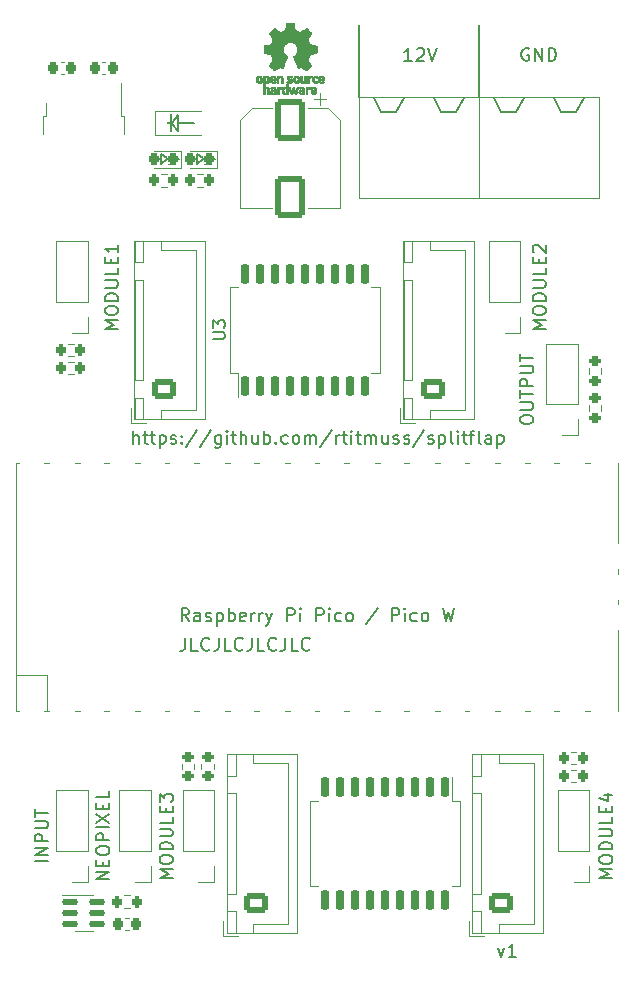
<source format=gto>
G04 #@! TF.GenerationSoftware,KiCad,Pcbnew,6.0.7+dfsg-1build1*
G04 #@! TF.CreationDate,2023-03-30T21:09:48-07:00*
G04 #@! TF.ProjectId,moduleDriver,6d6f6475-6c65-4447-9269-7665722e6b69,rev?*
G04 #@! TF.SameCoordinates,Original*
G04 #@! TF.FileFunction,Legend,Top*
G04 #@! TF.FilePolarity,Positive*
%FSLAX46Y46*%
G04 Gerber Fmt 4.6, Leading zero omitted, Abs format (unit mm)*
G04 Created by KiCad (PCBNEW 6.0.7+dfsg-1build1) date 2023-03-30 21:09:48*
%MOMM*%
%LPD*%
G01*
G04 APERTURE LIST*
G04 Aperture macros list*
%AMRoundRect*
0 Rectangle with rounded corners*
0 $1 Rounding radius*
0 $2 $3 $4 $5 $6 $7 $8 $9 X,Y pos of 4 corners*
0 Add a 4 corners polygon primitive as box body*
4,1,4,$2,$3,$4,$5,$6,$7,$8,$9,$2,$3,0*
0 Add four circle primitives for the rounded corners*
1,1,$1+$1,$2,$3*
1,1,$1+$1,$4,$5*
1,1,$1+$1,$6,$7*
1,1,$1+$1,$8,$9*
0 Add four rect primitives between the rounded corners*
20,1,$1+$1,$2,$3,$4,$5,0*
20,1,$1+$1,$4,$5,$6,$7,0*
20,1,$1+$1,$6,$7,$8,$9,0*
20,1,$1+$1,$8,$9,$2,$3,0*%
G04 Aperture macros list end*
%ADD10C,0.150000*%
%ADD11C,0.120000*%
%ADD12C,0.010000*%
%ADD13R,1.700000X1.700000*%
%ADD14O,1.700000X1.700000*%
%ADD15RoundRect,0.250000X0.725000X-0.600000X0.725000X0.600000X-0.725000X0.600000X-0.725000X-0.600000X0*%
%ADD16O,1.950000X1.700000*%
%ADD17RoundRect,0.150000X0.150000X-0.725000X0.150000X0.725000X-0.150000X0.725000X-0.150000X-0.725000X0*%
%ADD18RoundRect,0.200000X-0.275000X0.200000X-0.275000X-0.200000X0.275000X-0.200000X0.275000X0.200000X0*%
%ADD19O,1.500000X1.500000*%
%ADD20O,1.800000X1.800000*%
%ADD21R,1.700000X3.500000*%
%ADD22RoundRect,0.200000X0.200000X0.275000X-0.200000X0.275000X-0.200000X-0.275000X0.200000X-0.275000X0*%
%ADD23RoundRect,0.200000X0.275000X-0.200000X0.275000X0.200000X-0.275000X0.200000X-0.275000X-0.200000X0*%
%ADD24RoundRect,0.225000X-0.225000X-0.250000X0.225000X-0.250000X0.225000X0.250000X-0.225000X0.250000X0*%
%ADD25R,0.900000X1.200000*%
%ADD26C,3.200000*%
%ADD27RoundRect,0.250000X-1.000000X1.500000X-1.000000X-1.500000X1.000000X-1.500000X1.000000X1.500000X0*%
%ADD28R,2.500000X2.500000*%
%ADD29C,2.500000*%
%ADD30RoundRect,0.218750X0.218750X0.256250X-0.218750X0.256250X-0.218750X-0.256250X0.218750X-0.256250X0*%
%ADD31RoundRect,0.125000X-0.587500X-0.125000X0.587500X-0.125000X0.587500X0.125000X-0.587500X0.125000X0*%
%ADD32R,1.200000X2.200000*%
%ADD33R,5.800000X6.400000*%
%ADD34RoundRect,0.200000X-0.200000X-0.275000X0.200000X-0.275000X0.200000X0.275000X-0.200000X0.275000X0*%
%ADD35RoundRect,0.150000X-0.150000X0.725000X-0.150000X-0.725000X0.150000X-0.725000X0.150000X0.725000X0*%
%ADD36RoundRect,0.225000X0.225000X0.250000X-0.225000X0.250000X-0.225000X-0.250000X0.225000X-0.250000X0*%
G04 APERTURE END LIST*
D10*
X102565200Y-59385200D02*
X102057200Y-58826400D01*
X102565200Y-58724800D02*
X103886000Y-58724800D01*
X101142800Y-61366400D02*
X101650800Y-61722000D01*
X104698800Y-61823600D02*
X104190800Y-62230000D01*
X117856000Y-56533000D02*
X117856000Y-50444400D01*
X101650800Y-61823600D02*
X101142800Y-62230000D01*
X104190800Y-62230000D02*
X104190800Y-61366400D01*
X103886000Y-58724800D02*
X103784400Y-58724800D01*
X128016000Y-56533000D02*
X128016000Y-50444400D01*
X104800400Y-62230000D02*
X104800400Y-61366400D01*
X105664000Y-61823600D02*
X104698800Y-61823600D01*
X101955600Y-58013600D02*
X101955600Y-59385200D01*
X102057200Y-58724800D02*
X102565200Y-58064400D01*
X101142800Y-62230000D02*
X101142800Y-61366400D01*
X101752400Y-62230000D02*
X101752400Y-61366400D01*
X102565200Y-58064400D02*
X102565200Y-59385200D01*
X104190800Y-61823600D02*
X103530400Y-61823600D01*
X104190800Y-61366400D02*
X104698800Y-61722000D01*
X102616000Y-61823600D02*
X101650800Y-61823600D01*
X101142800Y-61823600D02*
X100482400Y-61823600D01*
X101092000Y-58724800D02*
X102057200Y-58724800D01*
X97474819Y-76184465D02*
X96374819Y-76184465D01*
X97160533Y-75817798D01*
X96374819Y-75451131D01*
X97474819Y-75451131D01*
X96374819Y-74717798D02*
X96374819Y-74508274D01*
X96427200Y-74403512D01*
X96531961Y-74298751D01*
X96741485Y-74246370D01*
X97108152Y-74246370D01*
X97317676Y-74298751D01*
X97422438Y-74403512D01*
X97474819Y-74508274D01*
X97474819Y-74717798D01*
X97422438Y-74822560D01*
X97317676Y-74927322D01*
X97108152Y-74979703D01*
X96741485Y-74979703D01*
X96531961Y-74927322D01*
X96427200Y-74822560D01*
X96374819Y-74717798D01*
X97474819Y-73774941D02*
X96374819Y-73774941D01*
X96374819Y-73513036D01*
X96427200Y-73355893D01*
X96531961Y-73251131D01*
X96636723Y-73198751D01*
X96846247Y-73146370D01*
X97003390Y-73146370D01*
X97212914Y-73198751D01*
X97317676Y-73251131D01*
X97422438Y-73355893D01*
X97474819Y-73513036D01*
X97474819Y-73774941D01*
X96374819Y-72674941D02*
X97265295Y-72674941D01*
X97370057Y-72622560D01*
X97422438Y-72570179D01*
X97474819Y-72465417D01*
X97474819Y-72255893D01*
X97422438Y-72151131D01*
X97370057Y-72098751D01*
X97265295Y-72046370D01*
X96374819Y-72046370D01*
X97474819Y-70998751D02*
X97474819Y-71522560D01*
X96374819Y-71522560D01*
X96898628Y-70632084D02*
X96898628Y-70265417D01*
X97474819Y-70108274D02*
X97474819Y-70632084D01*
X96374819Y-70632084D01*
X96374819Y-70108274D01*
X97474819Y-69060655D02*
X97474819Y-69689227D01*
X97474819Y-69374941D02*
X96374819Y-69374941D01*
X96531961Y-69479703D01*
X96636723Y-69584465D01*
X96689104Y-69689227D01*
X139334019Y-122661715D02*
X138234019Y-122661715D01*
X139019733Y-122295048D01*
X138234019Y-121928381D01*
X139334019Y-121928381D01*
X138234019Y-121195048D02*
X138234019Y-120985524D01*
X138286400Y-120880762D01*
X138391161Y-120776001D01*
X138600685Y-120723620D01*
X138967352Y-120723620D01*
X139176876Y-120776001D01*
X139281638Y-120880762D01*
X139334019Y-120985524D01*
X139334019Y-121195048D01*
X139281638Y-121299810D01*
X139176876Y-121404572D01*
X138967352Y-121456953D01*
X138600685Y-121456953D01*
X138391161Y-121404572D01*
X138286400Y-121299810D01*
X138234019Y-121195048D01*
X139334019Y-120252191D02*
X138234019Y-120252191D01*
X138234019Y-119990286D01*
X138286400Y-119833143D01*
X138391161Y-119728381D01*
X138495923Y-119676001D01*
X138705447Y-119623620D01*
X138862590Y-119623620D01*
X139072114Y-119676001D01*
X139176876Y-119728381D01*
X139281638Y-119833143D01*
X139334019Y-119990286D01*
X139334019Y-120252191D01*
X138234019Y-119152191D02*
X139124495Y-119152191D01*
X139229257Y-119099810D01*
X139281638Y-119047429D01*
X139334019Y-118942667D01*
X139334019Y-118733143D01*
X139281638Y-118628381D01*
X139229257Y-118576001D01*
X139124495Y-118523620D01*
X138234019Y-118523620D01*
X139334019Y-117476001D02*
X139334019Y-117999810D01*
X138234019Y-117999810D01*
X138757828Y-117109334D02*
X138757828Y-116742667D01*
X139334019Y-116585524D02*
X139334019Y-117109334D01*
X138234019Y-117109334D01*
X138234019Y-116585524D01*
X138600685Y-115642667D02*
X139334019Y-115642667D01*
X138181638Y-115904572D02*
X138967352Y-116166477D01*
X138967352Y-115485524D01*
X103165857Y-102318419D02*
X103165857Y-103104133D01*
X103113476Y-103261276D01*
X103008714Y-103366038D01*
X102851571Y-103418419D01*
X102746810Y-103418419D01*
X104213476Y-103418419D02*
X103689667Y-103418419D01*
X103689667Y-102318419D01*
X105208714Y-103313657D02*
X105156333Y-103366038D01*
X104999190Y-103418419D01*
X104894429Y-103418419D01*
X104737286Y-103366038D01*
X104632524Y-103261276D01*
X104580143Y-103156514D01*
X104527762Y-102946990D01*
X104527762Y-102789847D01*
X104580143Y-102580323D01*
X104632524Y-102475561D01*
X104737286Y-102370800D01*
X104894429Y-102318419D01*
X104999190Y-102318419D01*
X105156333Y-102370800D01*
X105208714Y-102423180D01*
X105994429Y-102318419D02*
X105994429Y-103104133D01*
X105942048Y-103261276D01*
X105837286Y-103366038D01*
X105680143Y-103418419D01*
X105575381Y-103418419D01*
X107042048Y-103418419D02*
X106518238Y-103418419D01*
X106518238Y-102318419D01*
X108037286Y-103313657D02*
X107984905Y-103366038D01*
X107827762Y-103418419D01*
X107723000Y-103418419D01*
X107565857Y-103366038D01*
X107461095Y-103261276D01*
X107408714Y-103156514D01*
X107356333Y-102946990D01*
X107356333Y-102789847D01*
X107408714Y-102580323D01*
X107461095Y-102475561D01*
X107565857Y-102370800D01*
X107723000Y-102318419D01*
X107827762Y-102318419D01*
X107984905Y-102370800D01*
X108037286Y-102423180D01*
X108823000Y-102318419D02*
X108823000Y-103104133D01*
X108770619Y-103261276D01*
X108665857Y-103366038D01*
X108508714Y-103418419D01*
X108403952Y-103418419D01*
X109870619Y-103418419D02*
X109346810Y-103418419D01*
X109346810Y-102318419D01*
X110865857Y-103313657D02*
X110813476Y-103366038D01*
X110656333Y-103418419D01*
X110551571Y-103418419D01*
X110394429Y-103366038D01*
X110289667Y-103261276D01*
X110237286Y-103156514D01*
X110184905Y-102946990D01*
X110184905Y-102789847D01*
X110237286Y-102580323D01*
X110289667Y-102475561D01*
X110394429Y-102370800D01*
X110551571Y-102318419D01*
X110656333Y-102318419D01*
X110813476Y-102370800D01*
X110865857Y-102423180D01*
X111651571Y-102318419D02*
X111651571Y-103104133D01*
X111599190Y-103261276D01*
X111494429Y-103366038D01*
X111337286Y-103418419D01*
X111232524Y-103418419D01*
X112699190Y-103418419D02*
X112175381Y-103418419D01*
X112175381Y-102318419D01*
X113694429Y-103313657D02*
X113642048Y-103366038D01*
X113484905Y-103418419D01*
X113380143Y-103418419D01*
X113223000Y-103366038D01*
X113118238Y-103261276D01*
X113065857Y-103156514D01*
X113013476Y-102946990D01*
X113013476Y-102789847D01*
X113065857Y-102580323D01*
X113118238Y-102475561D01*
X113223000Y-102370800D01*
X113380143Y-102318419D01*
X113484905Y-102318419D01*
X113642048Y-102370800D01*
X113694429Y-102423180D01*
X129660285Y-128602410D02*
X129922190Y-129335744D01*
X130184095Y-128602410D01*
X131179333Y-129335744D02*
X130550761Y-129335744D01*
X130865047Y-129335744D02*
X130865047Y-128235744D01*
X130760285Y-128392886D01*
X130655523Y-128497648D01*
X130550761Y-128550029D01*
X131528419Y-83950639D02*
X131528419Y-83741115D01*
X131580800Y-83636353D01*
X131685561Y-83531591D01*
X131895085Y-83479210D01*
X132261752Y-83479210D01*
X132471276Y-83531591D01*
X132576038Y-83636353D01*
X132628419Y-83741115D01*
X132628419Y-83950639D01*
X132576038Y-84055401D01*
X132471276Y-84160162D01*
X132261752Y-84212543D01*
X131895085Y-84212543D01*
X131685561Y-84160162D01*
X131580800Y-84055401D01*
X131528419Y-83950639D01*
X131528419Y-83007781D02*
X132418895Y-83007781D01*
X132523657Y-82955401D01*
X132576038Y-82903020D01*
X132628419Y-82798258D01*
X132628419Y-82588734D01*
X132576038Y-82483972D01*
X132523657Y-82431591D01*
X132418895Y-82379210D01*
X131528419Y-82379210D01*
X131528419Y-82012543D02*
X131528419Y-81383972D01*
X132628419Y-81698258D02*
X131528419Y-81698258D01*
X132628419Y-81017305D02*
X131528419Y-81017305D01*
X131528419Y-80598258D01*
X131580800Y-80493496D01*
X131633180Y-80441115D01*
X131737942Y-80388734D01*
X131895085Y-80388734D01*
X131999847Y-80441115D01*
X132052228Y-80493496D01*
X132104609Y-80598258D01*
X132104609Y-81017305D01*
X131528419Y-79917305D02*
X132418895Y-79917305D01*
X132523657Y-79864924D01*
X132576038Y-79812543D01*
X132628419Y-79707781D01*
X132628419Y-79498258D01*
X132576038Y-79393496D01*
X132523657Y-79341115D01*
X132418895Y-79288734D01*
X131528419Y-79288734D01*
X131528419Y-78922067D02*
X131528419Y-78293496D01*
X132628419Y-78607781D02*
X131528419Y-78607781D01*
X133695219Y-76184465D02*
X132595219Y-76184465D01*
X133380933Y-75817798D01*
X132595219Y-75451131D01*
X133695219Y-75451131D01*
X132595219Y-74717798D02*
X132595219Y-74508274D01*
X132647600Y-74403512D01*
X132752361Y-74298751D01*
X132961885Y-74246370D01*
X133328552Y-74246370D01*
X133538076Y-74298751D01*
X133642838Y-74403512D01*
X133695219Y-74508274D01*
X133695219Y-74717798D01*
X133642838Y-74822560D01*
X133538076Y-74927322D01*
X133328552Y-74979703D01*
X132961885Y-74979703D01*
X132752361Y-74927322D01*
X132647600Y-74822560D01*
X132595219Y-74717798D01*
X133695219Y-73774941D02*
X132595219Y-73774941D01*
X132595219Y-73513036D01*
X132647600Y-73355893D01*
X132752361Y-73251131D01*
X132857123Y-73198751D01*
X133066647Y-73146370D01*
X133223790Y-73146370D01*
X133433314Y-73198751D01*
X133538076Y-73251131D01*
X133642838Y-73355893D01*
X133695219Y-73513036D01*
X133695219Y-73774941D01*
X132595219Y-72674941D02*
X133485695Y-72674941D01*
X133590457Y-72622560D01*
X133642838Y-72570179D01*
X133695219Y-72465417D01*
X133695219Y-72255893D01*
X133642838Y-72151131D01*
X133590457Y-72098751D01*
X133485695Y-72046370D01*
X132595219Y-72046370D01*
X133695219Y-70998751D02*
X133695219Y-71522560D01*
X132595219Y-71522560D01*
X133119028Y-70632084D02*
X133119028Y-70265417D01*
X133695219Y-70108274D02*
X133695219Y-70632084D01*
X132595219Y-70632084D01*
X132595219Y-70108274D01*
X132699980Y-69689227D02*
X132647600Y-69636846D01*
X132595219Y-69532084D01*
X132595219Y-69270179D01*
X132647600Y-69165417D01*
X132699980Y-69113036D01*
X132804742Y-69060655D01*
X132909504Y-69060655D01*
X133066647Y-69113036D01*
X133695219Y-69741608D01*
X133695219Y-69060655D01*
X122356647Y-53497619D02*
X121728076Y-53497619D01*
X122042361Y-53497619D02*
X122042361Y-52397619D01*
X121937600Y-52554761D01*
X121832838Y-52659523D01*
X121728076Y-52711904D01*
X122775695Y-52502380D02*
X122828076Y-52450000D01*
X122932838Y-52397619D01*
X123194742Y-52397619D01*
X123299504Y-52450000D01*
X123351885Y-52502380D01*
X123404266Y-52607142D01*
X123404266Y-52711904D01*
X123351885Y-52869047D01*
X122723314Y-53497619D01*
X123404266Y-53497619D01*
X123718552Y-52397619D02*
X124085219Y-53497619D01*
X124451885Y-52397619D01*
X102091619Y-122661714D02*
X100991619Y-122661714D01*
X101777333Y-122295047D01*
X100991619Y-121928380D01*
X102091619Y-121928380D01*
X100991619Y-121195047D02*
X100991619Y-120985523D01*
X101044000Y-120880761D01*
X101148761Y-120776000D01*
X101358285Y-120723619D01*
X101724952Y-120723619D01*
X101934476Y-120776000D01*
X102039238Y-120880761D01*
X102091619Y-120985523D01*
X102091619Y-121195047D01*
X102039238Y-121299809D01*
X101934476Y-121404571D01*
X101724952Y-121456952D01*
X101358285Y-121456952D01*
X101148761Y-121404571D01*
X101044000Y-121299809D01*
X100991619Y-121195047D01*
X102091619Y-120252190D02*
X100991619Y-120252190D01*
X100991619Y-119990285D01*
X101044000Y-119833142D01*
X101148761Y-119728380D01*
X101253523Y-119676000D01*
X101463047Y-119623619D01*
X101620190Y-119623619D01*
X101829714Y-119676000D01*
X101934476Y-119728380D01*
X102039238Y-119833142D01*
X102091619Y-119990285D01*
X102091619Y-120252190D01*
X100991619Y-119152190D02*
X101882095Y-119152190D01*
X101986857Y-119099809D01*
X102039238Y-119047428D01*
X102091619Y-118942666D01*
X102091619Y-118733142D01*
X102039238Y-118628380D01*
X101986857Y-118576000D01*
X101882095Y-118523619D01*
X100991619Y-118523619D01*
X102091619Y-117476000D02*
X102091619Y-117999809D01*
X100991619Y-117999809D01*
X101515428Y-117109333D02*
X101515428Y-116742666D01*
X102091619Y-116585523D02*
X102091619Y-117109333D01*
X100991619Y-117109333D01*
X100991619Y-116585523D01*
X100991619Y-116218857D02*
X100991619Y-115537904D01*
X101410666Y-115904571D01*
X101410666Y-115747428D01*
X101463047Y-115642666D01*
X101515428Y-115590285D01*
X101620190Y-115537904D01*
X101882095Y-115537904D01*
X101986857Y-115590285D01*
X102039238Y-115642666D01*
X102091619Y-115747428D01*
X102091619Y-116061714D01*
X102039238Y-116166476D01*
X101986857Y-116218857D01*
X103480142Y-100929219D02*
X103113476Y-100405409D01*
X102851571Y-100929219D02*
X102851571Y-99829219D01*
X103270619Y-99829219D01*
X103375380Y-99881600D01*
X103427761Y-99933980D01*
X103480142Y-100038742D01*
X103480142Y-100195885D01*
X103427761Y-100300647D01*
X103375380Y-100353028D01*
X103270619Y-100405409D01*
X102851571Y-100405409D01*
X104423000Y-100929219D02*
X104423000Y-100353028D01*
X104370619Y-100248266D01*
X104265857Y-100195885D01*
X104056333Y-100195885D01*
X103951571Y-100248266D01*
X104423000Y-100876838D02*
X104318238Y-100929219D01*
X104056333Y-100929219D01*
X103951571Y-100876838D01*
X103899190Y-100772076D01*
X103899190Y-100667314D01*
X103951571Y-100562552D01*
X104056333Y-100510171D01*
X104318238Y-100510171D01*
X104423000Y-100457790D01*
X104894428Y-100876838D02*
X104999190Y-100929219D01*
X105208714Y-100929219D01*
X105313476Y-100876838D01*
X105365857Y-100772076D01*
X105365857Y-100719695D01*
X105313476Y-100614933D01*
X105208714Y-100562552D01*
X105051571Y-100562552D01*
X104946809Y-100510171D01*
X104894428Y-100405409D01*
X104894428Y-100353028D01*
X104946809Y-100248266D01*
X105051571Y-100195885D01*
X105208714Y-100195885D01*
X105313476Y-100248266D01*
X105837285Y-100195885D02*
X105837285Y-101295885D01*
X105837285Y-100248266D02*
X105942047Y-100195885D01*
X106151571Y-100195885D01*
X106256333Y-100248266D01*
X106308714Y-100300647D01*
X106361095Y-100405409D01*
X106361095Y-100719695D01*
X106308714Y-100824457D01*
X106256333Y-100876838D01*
X106151571Y-100929219D01*
X105942047Y-100929219D01*
X105837285Y-100876838D01*
X106832523Y-100929219D02*
X106832523Y-99829219D01*
X106832523Y-100248266D02*
X106937285Y-100195885D01*
X107146809Y-100195885D01*
X107251571Y-100248266D01*
X107303952Y-100300647D01*
X107356333Y-100405409D01*
X107356333Y-100719695D01*
X107303952Y-100824457D01*
X107251571Y-100876838D01*
X107146809Y-100929219D01*
X106937285Y-100929219D01*
X106832523Y-100876838D01*
X108246809Y-100876838D02*
X108142047Y-100929219D01*
X107932523Y-100929219D01*
X107827761Y-100876838D01*
X107775380Y-100772076D01*
X107775380Y-100353028D01*
X107827761Y-100248266D01*
X107932523Y-100195885D01*
X108142047Y-100195885D01*
X108246809Y-100248266D01*
X108299190Y-100353028D01*
X108299190Y-100457790D01*
X107775380Y-100562552D01*
X108770619Y-100929219D02*
X108770619Y-100195885D01*
X108770619Y-100405409D02*
X108823000Y-100300647D01*
X108875380Y-100248266D01*
X108980142Y-100195885D01*
X109084904Y-100195885D01*
X109451571Y-100929219D02*
X109451571Y-100195885D01*
X109451571Y-100405409D02*
X109503952Y-100300647D01*
X109556333Y-100248266D01*
X109661095Y-100195885D01*
X109765857Y-100195885D01*
X110027761Y-100195885D02*
X110289666Y-100929219D01*
X110551571Y-100195885D02*
X110289666Y-100929219D01*
X110184904Y-101191123D01*
X110132523Y-101243504D01*
X110027761Y-101295885D01*
X111808714Y-100929219D02*
X111808714Y-99829219D01*
X112227761Y-99829219D01*
X112332523Y-99881600D01*
X112384904Y-99933980D01*
X112437285Y-100038742D01*
X112437285Y-100195885D01*
X112384904Y-100300647D01*
X112332523Y-100353028D01*
X112227761Y-100405409D01*
X111808714Y-100405409D01*
X112908714Y-100929219D02*
X112908714Y-100195885D01*
X112908714Y-99829219D02*
X112856333Y-99881600D01*
X112908714Y-99933980D01*
X112961095Y-99881600D01*
X112908714Y-99829219D01*
X112908714Y-99933980D01*
X114270619Y-100929219D02*
X114270619Y-99829219D01*
X114689666Y-99829219D01*
X114794428Y-99881600D01*
X114846809Y-99933980D01*
X114899190Y-100038742D01*
X114899190Y-100195885D01*
X114846809Y-100300647D01*
X114794428Y-100353028D01*
X114689666Y-100405409D01*
X114270619Y-100405409D01*
X115370619Y-100929219D02*
X115370619Y-100195885D01*
X115370619Y-99829219D02*
X115318238Y-99881600D01*
X115370619Y-99933980D01*
X115423000Y-99881600D01*
X115370619Y-99829219D01*
X115370619Y-99933980D01*
X116365857Y-100876838D02*
X116261095Y-100929219D01*
X116051571Y-100929219D01*
X115946809Y-100876838D01*
X115894428Y-100824457D01*
X115842047Y-100719695D01*
X115842047Y-100405409D01*
X115894428Y-100300647D01*
X115946809Y-100248266D01*
X116051571Y-100195885D01*
X116261095Y-100195885D01*
X116365857Y-100248266D01*
X116994428Y-100929219D02*
X116889666Y-100876838D01*
X116837285Y-100824457D01*
X116784904Y-100719695D01*
X116784904Y-100405409D01*
X116837285Y-100300647D01*
X116889666Y-100248266D01*
X116994428Y-100195885D01*
X117151571Y-100195885D01*
X117256333Y-100248266D01*
X117308714Y-100300647D01*
X117361095Y-100405409D01*
X117361095Y-100719695D01*
X117308714Y-100824457D01*
X117256333Y-100876838D01*
X117151571Y-100929219D01*
X116994428Y-100929219D01*
X119456333Y-99776838D02*
X118513476Y-101191123D01*
X120661095Y-100929219D02*
X120661095Y-99829219D01*
X121080142Y-99829219D01*
X121184904Y-99881600D01*
X121237285Y-99933980D01*
X121289666Y-100038742D01*
X121289666Y-100195885D01*
X121237285Y-100300647D01*
X121184904Y-100353028D01*
X121080142Y-100405409D01*
X120661095Y-100405409D01*
X121761095Y-100929219D02*
X121761095Y-100195885D01*
X121761095Y-99829219D02*
X121708714Y-99881600D01*
X121761095Y-99933980D01*
X121813476Y-99881600D01*
X121761095Y-99829219D01*
X121761095Y-99933980D01*
X122756333Y-100876838D02*
X122651571Y-100929219D01*
X122442047Y-100929219D01*
X122337285Y-100876838D01*
X122284904Y-100824457D01*
X122232523Y-100719695D01*
X122232523Y-100405409D01*
X122284904Y-100300647D01*
X122337285Y-100248266D01*
X122442047Y-100195885D01*
X122651571Y-100195885D01*
X122756333Y-100248266D01*
X123384904Y-100929219D02*
X123280142Y-100876838D01*
X123227761Y-100824457D01*
X123175380Y-100719695D01*
X123175380Y-100405409D01*
X123227761Y-100300647D01*
X123280142Y-100248266D01*
X123384904Y-100195885D01*
X123542047Y-100195885D01*
X123646809Y-100248266D01*
X123699190Y-100300647D01*
X123751571Y-100405409D01*
X123751571Y-100719695D01*
X123699190Y-100824457D01*
X123646809Y-100876838D01*
X123542047Y-100929219D01*
X123384904Y-100929219D01*
X124956333Y-99829219D02*
X125218238Y-100929219D01*
X125427761Y-100143504D01*
X125637285Y-100929219D01*
X125899190Y-99829219D01*
X132257904Y-52450000D02*
X132153142Y-52397619D01*
X131996000Y-52397619D01*
X131838857Y-52450000D01*
X131734095Y-52554761D01*
X131681714Y-52659523D01*
X131629333Y-52869047D01*
X131629333Y-53026190D01*
X131681714Y-53235714D01*
X131734095Y-53340476D01*
X131838857Y-53445238D01*
X131996000Y-53497619D01*
X132100761Y-53497619D01*
X132257904Y-53445238D01*
X132310285Y-53392857D01*
X132310285Y-53026190D01*
X132100761Y-53026190D01*
X132781714Y-53497619D02*
X132781714Y-52397619D01*
X133410285Y-53497619D01*
X133410285Y-52397619D01*
X133934095Y-53497619D02*
X133934095Y-52397619D01*
X134196000Y-52397619D01*
X134353142Y-52450000D01*
X134457904Y-52554761D01*
X134510285Y-52659523D01*
X134562666Y-52869047D01*
X134562666Y-53026190D01*
X134510285Y-53235714D01*
X134457904Y-53340476D01*
X134353142Y-53445238D01*
X134196000Y-53497619D01*
X133934095Y-53497619D01*
X96745619Y-122792667D02*
X95645619Y-122792667D01*
X96745619Y-122164096D01*
X95645619Y-122164096D01*
X96169428Y-121640286D02*
X96169428Y-121273620D01*
X96745619Y-121116477D02*
X96745619Y-121640286D01*
X95645619Y-121640286D01*
X95645619Y-121116477D01*
X95645619Y-120435524D02*
X95645619Y-120226001D01*
X95698000Y-120121239D01*
X95802761Y-120016477D01*
X96012285Y-119964096D01*
X96378952Y-119964096D01*
X96588476Y-120016477D01*
X96693238Y-120121239D01*
X96745619Y-120226001D01*
X96745619Y-120435524D01*
X96693238Y-120540286D01*
X96588476Y-120645048D01*
X96378952Y-120697429D01*
X96012285Y-120697429D01*
X95802761Y-120645048D01*
X95698000Y-120540286D01*
X95645619Y-120435524D01*
X96745619Y-119492667D02*
X95645619Y-119492667D01*
X95645619Y-119073620D01*
X95698000Y-118968858D01*
X95750380Y-118916477D01*
X95855142Y-118864096D01*
X96012285Y-118864096D01*
X96117047Y-118916477D01*
X96169428Y-118968858D01*
X96221809Y-119073620D01*
X96221809Y-119492667D01*
X96745619Y-118392667D02*
X95645619Y-118392667D01*
X95645619Y-117973620D02*
X96745619Y-117240286D01*
X95645619Y-117240286D02*
X96745619Y-117973620D01*
X96169428Y-116821239D02*
X96169428Y-116454572D01*
X96745619Y-116297429D02*
X96745619Y-116821239D01*
X95645619Y-116821239D01*
X95645619Y-116297429D01*
X96745619Y-115302191D02*
X96745619Y-115826001D01*
X95645619Y-115826001D01*
X98739695Y-85892419D02*
X98739695Y-84792419D01*
X99211123Y-85892419D02*
X99211123Y-85316228D01*
X99158742Y-85211466D01*
X99053980Y-85159085D01*
X98896838Y-85159085D01*
X98792076Y-85211466D01*
X98739695Y-85263847D01*
X99577790Y-85159085D02*
X99996838Y-85159085D01*
X99734933Y-84792419D02*
X99734933Y-85735276D01*
X99787314Y-85840038D01*
X99892076Y-85892419D01*
X99996838Y-85892419D01*
X100206361Y-85159085D02*
X100625409Y-85159085D01*
X100363504Y-84792419D02*
X100363504Y-85735276D01*
X100415885Y-85840038D01*
X100520647Y-85892419D01*
X100625409Y-85892419D01*
X100992076Y-85159085D02*
X100992076Y-86259085D01*
X100992076Y-85211466D02*
X101096838Y-85159085D01*
X101306361Y-85159085D01*
X101411123Y-85211466D01*
X101463504Y-85263847D01*
X101515885Y-85368609D01*
X101515885Y-85682895D01*
X101463504Y-85787657D01*
X101411123Y-85840038D01*
X101306361Y-85892419D01*
X101096838Y-85892419D01*
X100992076Y-85840038D01*
X101934933Y-85840038D02*
X102039695Y-85892419D01*
X102249219Y-85892419D01*
X102353980Y-85840038D01*
X102406361Y-85735276D01*
X102406361Y-85682895D01*
X102353980Y-85578133D01*
X102249219Y-85525752D01*
X102092076Y-85525752D01*
X101987314Y-85473371D01*
X101934933Y-85368609D01*
X101934933Y-85316228D01*
X101987314Y-85211466D01*
X102092076Y-85159085D01*
X102249219Y-85159085D01*
X102353980Y-85211466D01*
X102877790Y-85787657D02*
X102930171Y-85840038D01*
X102877790Y-85892419D01*
X102825409Y-85840038D01*
X102877790Y-85787657D01*
X102877790Y-85892419D01*
X102877790Y-85211466D02*
X102930171Y-85263847D01*
X102877790Y-85316228D01*
X102825409Y-85263847D01*
X102877790Y-85211466D01*
X102877790Y-85316228D01*
X104187314Y-84740038D02*
X103244457Y-86154323D01*
X105339695Y-84740038D02*
X104396838Y-86154323D01*
X106177790Y-85159085D02*
X106177790Y-86049561D01*
X106125409Y-86154323D01*
X106073028Y-86206704D01*
X105968266Y-86259085D01*
X105811123Y-86259085D01*
X105706361Y-86206704D01*
X106177790Y-85840038D02*
X106073028Y-85892419D01*
X105863504Y-85892419D01*
X105758742Y-85840038D01*
X105706361Y-85787657D01*
X105653980Y-85682895D01*
X105653980Y-85368609D01*
X105706361Y-85263847D01*
X105758742Y-85211466D01*
X105863504Y-85159085D01*
X106073028Y-85159085D01*
X106177790Y-85211466D01*
X106701600Y-85892419D02*
X106701600Y-85159085D01*
X106701600Y-84792419D02*
X106649219Y-84844800D01*
X106701600Y-84897180D01*
X106753980Y-84844800D01*
X106701600Y-84792419D01*
X106701600Y-84897180D01*
X107068266Y-85159085D02*
X107487314Y-85159085D01*
X107225409Y-84792419D02*
X107225409Y-85735276D01*
X107277790Y-85840038D01*
X107382552Y-85892419D01*
X107487314Y-85892419D01*
X107853980Y-85892419D02*
X107853980Y-84792419D01*
X108325409Y-85892419D02*
X108325409Y-85316228D01*
X108273028Y-85211466D01*
X108168266Y-85159085D01*
X108011123Y-85159085D01*
X107906361Y-85211466D01*
X107853980Y-85263847D01*
X109320647Y-85159085D02*
X109320647Y-85892419D01*
X108849219Y-85159085D02*
X108849219Y-85735276D01*
X108901600Y-85840038D01*
X109006361Y-85892419D01*
X109163504Y-85892419D01*
X109268266Y-85840038D01*
X109320647Y-85787657D01*
X109844457Y-85892419D02*
X109844457Y-84792419D01*
X109844457Y-85211466D02*
X109949219Y-85159085D01*
X110158742Y-85159085D01*
X110263504Y-85211466D01*
X110315885Y-85263847D01*
X110368266Y-85368609D01*
X110368266Y-85682895D01*
X110315885Y-85787657D01*
X110263504Y-85840038D01*
X110158742Y-85892419D01*
X109949219Y-85892419D01*
X109844457Y-85840038D01*
X110839695Y-85787657D02*
X110892076Y-85840038D01*
X110839695Y-85892419D01*
X110787314Y-85840038D01*
X110839695Y-85787657D01*
X110839695Y-85892419D01*
X111834933Y-85840038D02*
X111730171Y-85892419D01*
X111520647Y-85892419D01*
X111415885Y-85840038D01*
X111363504Y-85787657D01*
X111311123Y-85682895D01*
X111311123Y-85368609D01*
X111363504Y-85263847D01*
X111415885Y-85211466D01*
X111520647Y-85159085D01*
X111730171Y-85159085D01*
X111834933Y-85211466D01*
X112463504Y-85892419D02*
X112358742Y-85840038D01*
X112306361Y-85787657D01*
X112253980Y-85682895D01*
X112253980Y-85368609D01*
X112306361Y-85263847D01*
X112358742Y-85211466D01*
X112463504Y-85159085D01*
X112620647Y-85159085D01*
X112725409Y-85211466D01*
X112777790Y-85263847D01*
X112830171Y-85368609D01*
X112830171Y-85682895D01*
X112777790Y-85787657D01*
X112725409Y-85840038D01*
X112620647Y-85892419D01*
X112463504Y-85892419D01*
X113301600Y-85892419D02*
X113301600Y-85159085D01*
X113301600Y-85263847D02*
X113353980Y-85211466D01*
X113458742Y-85159085D01*
X113615885Y-85159085D01*
X113720647Y-85211466D01*
X113773028Y-85316228D01*
X113773028Y-85892419D01*
X113773028Y-85316228D02*
X113825409Y-85211466D01*
X113930171Y-85159085D01*
X114087314Y-85159085D01*
X114192076Y-85211466D01*
X114244457Y-85316228D01*
X114244457Y-85892419D01*
X115553980Y-84740038D02*
X114611123Y-86154323D01*
X115920647Y-85892419D02*
X115920647Y-85159085D01*
X115920647Y-85368609D02*
X115973028Y-85263847D01*
X116025409Y-85211466D01*
X116130171Y-85159085D01*
X116234933Y-85159085D01*
X116444457Y-85159085D02*
X116863504Y-85159085D01*
X116601600Y-84792419D02*
X116601600Y-85735276D01*
X116653980Y-85840038D01*
X116758742Y-85892419D01*
X116863504Y-85892419D01*
X117230171Y-85892419D02*
X117230171Y-85159085D01*
X117230171Y-84792419D02*
X117177790Y-84844800D01*
X117230171Y-84897180D01*
X117282552Y-84844800D01*
X117230171Y-84792419D01*
X117230171Y-84897180D01*
X117596838Y-85159085D02*
X118015885Y-85159085D01*
X117753980Y-84792419D02*
X117753980Y-85735276D01*
X117806361Y-85840038D01*
X117911123Y-85892419D01*
X118015885Y-85892419D01*
X118382552Y-85892419D02*
X118382552Y-85159085D01*
X118382552Y-85263847D02*
X118434933Y-85211466D01*
X118539695Y-85159085D01*
X118696838Y-85159085D01*
X118801600Y-85211466D01*
X118853980Y-85316228D01*
X118853980Y-85892419D01*
X118853980Y-85316228D02*
X118906361Y-85211466D01*
X119011123Y-85159085D01*
X119168266Y-85159085D01*
X119273028Y-85211466D01*
X119325409Y-85316228D01*
X119325409Y-85892419D01*
X120320647Y-85159085D02*
X120320647Y-85892419D01*
X119849219Y-85159085D02*
X119849219Y-85735276D01*
X119901600Y-85840038D01*
X120006361Y-85892419D01*
X120163504Y-85892419D01*
X120268266Y-85840038D01*
X120320647Y-85787657D01*
X120792076Y-85840038D02*
X120896838Y-85892419D01*
X121106361Y-85892419D01*
X121211123Y-85840038D01*
X121263504Y-85735276D01*
X121263504Y-85682895D01*
X121211123Y-85578133D01*
X121106361Y-85525752D01*
X120949219Y-85525752D01*
X120844457Y-85473371D01*
X120792076Y-85368609D01*
X120792076Y-85316228D01*
X120844457Y-85211466D01*
X120949219Y-85159085D01*
X121106361Y-85159085D01*
X121211123Y-85211466D01*
X121682552Y-85840038D02*
X121787314Y-85892419D01*
X121996838Y-85892419D01*
X122101600Y-85840038D01*
X122153980Y-85735276D01*
X122153980Y-85682895D01*
X122101600Y-85578133D01*
X121996838Y-85525752D01*
X121839695Y-85525752D01*
X121734933Y-85473371D01*
X121682552Y-85368609D01*
X121682552Y-85316228D01*
X121734933Y-85211466D01*
X121839695Y-85159085D01*
X121996838Y-85159085D01*
X122101600Y-85211466D01*
X123411123Y-84740038D02*
X122468266Y-86154323D01*
X123725409Y-85840038D02*
X123830171Y-85892419D01*
X124039695Y-85892419D01*
X124144457Y-85840038D01*
X124196838Y-85735276D01*
X124196838Y-85682895D01*
X124144457Y-85578133D01*
X124039695Y-85525752D01*
X123882552Y-85525752D01*
X123777790Y-85473371D01*
X123725409Y-85368609D01*
X123725409Y-85316228D01*
X123777790Y-85211466D01*
X123882552Y-85159085D01*
X124039695Y-85159085D01*
X124144457Y-85211466D01*
X124668266Y-85159085D02*
X124668266Y-86259085D01*
X124668266Y-85211466D02*
X124773028Y-85159085D01*
X124982552Y-85159085D01*
X125087314Y-85211466D01*
X125139695Y-85263847D01*
X125192076Y-85368609D01*
X125192076Y-85682895D01*
X125139695Y-85787657D01*
X125087314Y-85840038D01*
X124982552Y-85892419D01*
X124773028Y-85892419D01*
X124668266Y-85840038D01*
X125820647Y-85892419D02*
X125715885Y-85840038D01*
X125663504Y-85735276D01*
X125663504Y-84792419D01*
X126239695Y-85892419D02*
X126239695Y-85159085D01*
X126239695Y-84792419D02*
X126187314Y-84844800D01*
X126239695Y-84897180D01*
X126292076Y-84844800D01*
X126239695Y-84792419D01*
X126239695Y-84897180D01*
X126606361Y-85159085D02*
X127025409Y-85159085D01*
X126763504Y-84792419D02*
X126763504Y-85735276D01*
X126815885Y-85840038D01*
X126920647Y-85892419D01*
X127025409Y-85892419D01*
X127234933Y-85159085D02*
X127653980Y-85159085D01*
X127392076Y-85892419D02*
X127392076Y-84949561D01*
X127444457Y-84844800D01*
X127549219Y-84792419D01*
X127653980Y-84792419D01*
X128177790Y-85892419D02*
X128073028Y-85840038D01*
X128020647Y-85735276D01*
X128020647Y-84792419D01*
X129068266Y-85892419D02*
X129068266Y-85316228D01*
X129015885Y-85211466D01*
X128911123Y-85159085D01*
X128701600Y-85159085D01*
X128596838Y-85211466D01*
X129068266Y-85840038D02*
X128963504Y-85892419D01*
X128701600Y-85892419D01*
X128596838Y-85840038D01*
X128544457Y-85735276D01*
X128544457Y-85630514D01*
X128596838Y-85525752D01*
X128701600Y-85473371D01*
X128963504Y-85473371D01*
X129068266Y-85420990D01*
X129592076Y-85159085D02*
X129592076Y-86259085D01*
X129592076Y-85211466D02*
X129696838Y-85159085D01*
X129906361Y-85159085D01*
X130011123Y-85211466D01*
X130063504Y-85263847D01*
X130115885Y-85368609D01*
X130115885Y-85682895D01*
X130063504Y-85787657D01*
X130011123Y-85840038D01*
X129906361Y-85892419D01*
X129696838Y-85892419D01*
X129592076Y-85840038D01*
X91531219Y-121247429D02*
X90431219Y-121247429D01*
X91531219Y-120723620D02*
X90431219Y-120723620D01*
X91531219Y-120095048D01*
X90431219Y-120095048D01*
X91531219Y-119571239D02*
X90431219Y-119571239D01*
X90431219Y-119152191D01*
X90483600Y-119047429D01*
X90535980Y-118995048D01*
X90640742Y-118942667D01*
X90797885Y-118942667D01*
X90902647Y-118995048D01*
X90955028Y-119047429D01*
X91007409Y-119152191D01*
X91007409Y-119571239D01*
X90431219Y-118471239D02*
X91321695Y-118471239D01*
X91426457Y-118418858D01*
X91478838Y-118366477D01*
X91531219Y-118261715D01*
X91531219Y-118052191D01*
X91478838Y-117947429D01*
X91426457Y-117895048D01*
X91321695Y-117842667D01*
X90431219Y-117842667D01*
X90431219Y-117476001D02*
X90431219Y-116847429D01*
X91531219Y-117161715D02*
X90431219Y-117161715D01*
X105536630Y-77035654D02*
X106346154Y-77035654D01*
X106441392Y-76988035D01*
X106489011Y-76940416D01*
X106536630Y-76845178D01*
X106536630Y-76654702D01*
X106489011Y-76559464D01*
X106441392Y-76511845D01*
X106346154Y-76464226D01*
X105536630Y-76464226D01*
X105536630Y-76083273D02*
X105536630Y-75464226D01*
X105917583Y-75797559D01*
X105917583Y-75654702D01*
X105965202Y-75559464D01*
X106012821Y-75511845D01*
X106108059Y-75464226D01*
X106346154Y-75464226D01*
X106441392Y-75511845D01*
X106489011Y-75559464D01*
X106536630Y-75654702D01*
X106536630Y-75940416D01*
X106489011Y-76035654D01*
X106441392Y-76083273D01*
D11*
X134726500Y-120381000D02*
X134726500Y-115241000D01*
X137386500Y-121651000D02*
X137386500Y-122981000D01*
X137386500Y-120381000D02*
X134726500Y-120381000D01*
X137386500Y-115241000D02*
X134726500Y-115241000D01*
X137386500Y-120381000D02*
X137386500Y-115241000D01*
X137386500Y-122981000D02*
X136056500Y-122981000D01*
X129721000Y-127301250D02*
X129721000Y-126551250D01*
X133431000Y-127311250D02*
X133431000Y-112191250D01*
X128221000Y-124001250D02*
X128221000Y-115501250D01*
X128221000Y-112201250D02*
X127471000Y-112201250D01*
X127471000Y-115501250D02*
X127471000Y-124001250D01*
X127471000Y-124001250D02*
X128221000Y-124001250D01*
X129721000Y-112951250D02*
X132671000Y-112951250D01*
X128221000Y-114001250D02*
X128221000Y-112201250D01*
X127171000Y-127601250D02*
X128421000Y-127601250D01*
X127461000Y-112191250D02*
X127461000Y-127311250D01*
X132671000Y-126551250D02*
X132671000Y-119751250D01*
X128221000Y-125501250D02*
X127471000Y-125501250D01*
X128221000Y-127301250D02*
X128221000Y-125501250D01*
X132671000Y-112951250D02*
X132671000Y-119751250D01*
X128221000Y-115501250D02*
X127471000Y-115501250D01*
X129721000Y-126551250D02*
X132671000Y-126551250D01*
X127461000Y-127311250D02*
X133431000Y-127311250D01*
X127471000Y-125501250D02*
X127471000Y-127301250D01*
X127471000Y-112201250D02*
X127471000Y-114001250D01*
X129721000Y-112201250D02*
X129721000Y-112951250D01*
X127471000Y-114001250D02*
X128221000Y-114001250D01*
X127171000Y-126351250D02*
X127171000Y-127601250D01*
X127471000Y-127301250D02*
X128221000Y-127301250D01*
X133431000Y-112191250D02*
X127461000Y-112191250D01*
X106924250Y-72663750D02*
X107644250Y-72663750D01*
X119644250Y-72663750D02*
X118924250Y-72663750D01*
X106924250Y-76273750D02*
X106924250Y-79883750D01*
X106924250Y-79883750D02*
X107644250Y-79883750D01*
X119644250Y-76273750D02*
X119644250Y-72663750D01*
X119644250Y-76273750D02*
X119644250Y-79883750D01*
X107644250Y-79883750D02*
X107644250Y-81923750D01*
X106924250Y-76273750D02*
X106924250Y-72663750D01*
X119644250Y-79883750D02*
X118924250Y-79883750D01*
X138393700Y-79505542D02*
X138393700Y-79980058D01*
X137348700Y-79505542D02*
X137348700Y-79980058D01*
X114123000Y-108512500D02*
X114523000Y-108512500D01*
X88823000Y-87512500D02*
X89123000Y-87512500D01*
X98923000Y-87512500D02*
X99323000Y-87512500D01*
X131923000Y-87512500D02*
X132323000Y-87512500D01*
X126823000Y-108512500D02*
X127223000Y-108512500D01*
X129423000Y-87512500D02*
X129823000Y-87512500D01*
X111623000Y-108512500D02*
X112023000Y-108512500D01*
X96323000Y-87512500D02*
X96723000Y-87512500D01*
X111623000Y-87512500D02*
X112023000Y-87512500D01*
X126823000Y-87512500D02*
X127223000Y-87512500D01*
X137023000Y-108512500D02*
X137423000Y-108512500D01*
X134423000Y-108512500D02*
X134823000Y-108512500D01*
X91223000Y-87512500D02*
X91623000Y-87512500D01*
X124323000Y-108512500D02*
X124723000Y-108512500D01*
X91490000Y-105505500D02*
X88823000Y-105505500D01*
X121723000Y-87512500D02*
X122123000Y-87512500D01*
X103923000Y-87512500D02*
X104323000Y-87512500D01*
X101423000Y-108512500D02*
X101823000Y-108512500D01*
X88823000Y-108512500D02*
X88823000Y-87512500D01*
X114123000Y-87512500D02*
X114523000Y-87512500D01*
X101423000Y-87512500D02*
X101823000Y-87512500D01*
X139823000Y-87512500D02*
X139823000Y-94312500D01*
X106523000Y-108512500D02*
X106923000Y-108512500D01*
X91490000Y-108512500D02*
X91490000Y-105505500D01*
X119223000Y-87512500D02*
X119623000Y-87512500D01*
X139823000Y-96912500D02*
X139823000Y-96512500D01*
X109023000Y-87512500D02*
X109423000Y-87512500D01*
X131923000Y-108512500D02*
X132323000Y-108512500D01*
X139823000Y-99512500D02*
X139823000Y-99112500D01*
X96323000Y-108512500D02*
X96723000Y-108512500D01*
X116623000Y-87512500D02*
X117023000Y-87512500D01*
X91223000Y-108512500D02*
X91623000Y-108512500D01*
X93823000Y-87512500D02*
X94223000Y-87512500D01*
X124323000Y-87512500D02*
X124723000Y-87512500D01*
X103923000Y-108512500D02*
X104323000Y-108512500D01*
X134423000Y-87512500D02*
X134823000Y-87512500D01*
X129423000Y-108512500D02*
X129823000Y-108512500D01*
X137023000Y-87512500D02*
X137423000Y-87512500D01*
X109023000Y-108512500D02*
X109423000Y-108512500D01*
X106523000Y-87512500D02*
X106923000Y-87512500D01*
X119223000Y-108512500D02*
X119623000Y-108512500D01*
X88823000Y-108512500D02*
X89123000Y-108512500D01*
X93823000Y-108512500D02*
X94223000Y-108512500D01*
X139823000Y-101712500D02*
X139823000Y-108512500D01*
X116623000Y-108512500D02*
X117023000Y-108512500D01*
X98923000Y-108512500D02*
X99323000Y-108512500D01*
X121723000Y-108512500D02*
X122123000Y-108512500D01*
X104631258Y-64124100D02*
X104156742Y-64124100D01*
X104631258Y-63079100D02*
X104156742Y-63079100D01*
X104531900Y-113470458D02*
X104531900Y-112995942D01*
X105576900Y-113470458D02*
X105576900Y-112995942D01*
X100251000Y-121651000D02*
X100251000Y-122981000D01*
X100251000Y-120381000D02*
X100251000Y-115241000D01*
X100251000Y-115241000D02*
X97591000Y-115241000D01*
X100251000Y-122981000D02*
X98921000Y-122981000D01*
X100251000Y-120381000D02*
X97591000Y-120381000D01*
X97591000Y-120381000D02*
X97591000Y-115241000D01*
X94905000Y-68763750D02*
X92245000Y-68763750D01*
X94905000Y-73903750D02*
X92245000Y-73903750D01*
X92245000Y-73903750D02*
X92245000Y-68763750D01*
X94905000Y-75173750D02*
X94905000Y-76503750D01*
X94905000Y-76503750D02*
X93575000Y-76503750D01*
X94905000Y-73903750D02*
X94905000Y-68763750D01*
X105597000Y-120381000D02*
X105597000Y-115241000D01*
X105597000Y-120381000D02*
X102937000Y-120381000D01*
X105597000Y-122981000D02*
X104267000Y-122981000D01*
X105597000Y-115241000D02*
X102937000Y-115241000D01*
X102937000Y-120381000D02*
X102937000Y-115241000D01*
X105597000Y-121651000D02*
X105597000Y-122981000D01*
X138393700Y-82630742D02*
X138393700Y-83105258D01*
X137348700Y-82630742D02*
X137348700Y-83105258D01*
X93709258Y-78979500D02*
X93234742Y-78979500D01*
X93709258Y-80024500D02*
X93234742Y-80024500D01*
X133726500Y-82560400D02*
X133726500Y-77420400D01*
X136386500Y-82560400D02*
X136386500Y-77420400D01*
X136386500Y-77420400D02*
X133726500Y-77420400D01*
X136386500Y-82560400D02*
X133726500Y-82560400D01*
X136386500Y-83830400D02*
X136386500Y-85160400D01*
X136386500Y-85160400D02*
X135056500Y-85160400D01*
X92620220Y-53541200D02*
X92901380Y-53541200D01*
X92620220Y-54561200D02*
X92901380Y-54561200D01*
X100620000Y-59724800D02*
X104520000Y-59724800D01*
X100620000Y-57724800D02*
X100620000Y-59724800D01*
X100620000Y-57724800D02*
X104520000Y-57724800D01*
X115241063Y-57462000D02*
X113555500Y-57462000D01*
X115241063Y-57462000D02*
X116305500Y-58526437D01*
X107785500Y-65982000D02*
X110535500Y-65982000D01*
X114555500Y-56222000D02*
X114555500Y-57222000D01*
X115055500Y-56722000D02*
X114055500Y-56722000D01*
X107785500Y-58526437D02*
X107785500Y-65982000D01*
X116305500Y-58526437D02*
X116305500Y-65982000D01*
X108849937Y-57462000D02*
X107785500Y-58526437D01*
X108849937Y-57462000D02*
X110535500Y-57462000D01*
X116305500Y-65982000D02*
X113555500Y-65982000D01*
D10*
X131191000Y-57793000D02*
X129921000Y-57793000D01*
X136271000Y-57793000D02*
X135001000Y-57793000D01*
X136906000Y-56603000D02*
X136271000Y-57793000D01*
D11*
X128016000Y-65133000D02*
X128016000Y-56533000D01*
D10*
X129921000Y-57793000D02*
X129286000Y-56603000D01*
D11*
X138176000Y-56533000D02*
X138176000Y-65133000D01*
X128016000Y-56533000D02*
X138176000Y-56533000D01*
D10*
X135001000Y-57793000D02*
X134366000Y-56603000D01*
X131826000Y-56603000D02*
X131191000Y-57793000D01*
D11*
X138176000Y-65133000D02*
X128016000Y-65133000D01*
X103594000Y-62558600D02*
X105879000Y-62558600D01*
X105879000Y-61088600D02*
X103594000Y-61088600D01*
X105879000Y-62558600D02*
X105879000Y-61088600D01*
X94589600Y-127193200D02*
X95339600Y-127193200D01*
X94589600Y-124073200D02*
X95339600Y-124073200D01*
X94589600Y-127193200D02*
X93839600Y-127193200D01*
X94589600Y-124073200D02*
X92739600Y-124073200D01*
X102906300Y-113470458D02*
X102906300Y-112995942D01*
X103951300Y-113470458D02*
X103951300Y-112995942D01*
X93709258Y-78500500D02*
X93234742Y-78500500D01*
X93709258Y-77455500D02*
X93234742Y-77455500D01*
X128016000Y-56533000D02*
X128016000Y-65133000D01*
D10*
X124841000Y-57793000D02*
X124206000Y-56603000D01*
X126746000Y-56603000D02*
X126111000Y-57793000D01*
X119761000Y-57793000D02*
X119126000Y-56603000D01*
D11*
X128016000Y-65133000D02*
X117856000Y-65133000D01*
D10*
X121031000Y-57793000D02*
X119761000Y-57793000D01*
D11*
X117856000Y-56533000D02*
X128016000Y-56533000D01*
D10*
X126111000Y-57793000D02*
X124841000Y-57793000D01*
D11*
X117856000Y-65133000D02*
X117856000Y-56533000D01*
D10*
X121666000Y-56603000D02*
X121031000Y-57793000D01*
D11*
X121654400Y-68723750D02*
X121654400Y-70523750D01*
X122404400Y-82023750D02*
X121654400Y-82023750D01*
X121354400Y-82873750D02*
X121354400Y-84123750D01*
X123904400Y-83073750D02*
X126854400Y-83073750D01*
X123904400Y-83823750D02*
X123904400Y-83073750D01*
X123904400Y-69473750D02*
X126854400Y-69473750D01*
X121644400Y-83833750D02*
X127614400Y-83833750D01*
X122404400Y-72023750D02*
X121654400Y-72023750D01*
X121654400Y-72023750D02*
X121654400Y-80523750D01*
X121654400Y-80523750D02*
X122404400Y-80523750D01*
X127614400Y-83833750D02*
X127614400Y-68713750D01*
X126854400Y-69473750D02*
X126854400Y-76273750D01*
X122404400Y-70523750D02*
X122404400Y-68723750D01*
X123904400Y-68723750D02*
X123904400Y-69473750D01*
X122404400Y-83823750D02*
X122404400Y-82023750D01*
X121354400Y-84123750D02*
X122604400Y-84123750D01*
X122404400Y-80523750D02*
X122404400Y-72023750D01*
X121654400Y-82023750D02*
X121654400Y-83823750D01*
X122404400Y-68723750D02*
X121654400Y-68723750D01*
X121654400Y-83823750D02*
X122404400Y-83823750D01*
X121654400Y-70523750D02*
X122404400Y-70523750D01*
X127614400Y-68713750D02*
X121644400Y-68713750D01*
X126854400Y-83073750D02*
X126854400Y-76273750D01*
X121644400Y-68713750D02*
X121644400Y-83833750D01*
X101583258Y-64124100D02*
X101108742Y-64124100D01*
X101583258Y-63079100D02*
X101108742Y-63079100D01*
X131530400Y-68763750D02*
X128870400Y-68763750D01*
X128870400Y-73903750D02*
X128870400Y-68763750D01*
X131530400Y-73903750D02*
X128870400Y-73903750D01*
X131530400Y-73903750D02*
X131530400Y-68763750D01*
X131530400Y-76503750D02*
X130200400Y-76503750D01*
X131530400Y-75173750D02*
X131530400Y-76503750D01*
X91382500Y-58168000D02*
X91382500Y-57068000D01*
X97742500Y-58168000D02*
X97742500Y-55338000D01*
X91112500Y-59668000D02*
X91112500Y-58168000D01*
X91112500Y-58168000D02*
X91382500Y-58168000D01*
X98012500Y-58168000D02*
X97742500Y-58168000D01*
X98012500Y-59668000D02*
X98012500Y-58168000D01*
X98009942Y-124140700D02*
X98484458Y-124140700D01*
X98009942Y-125185700D02*
X98484458Y-125185700D01*
X135819242Y-113523500D02*
X136293758Y-113523500D01*
X135819242Y-114568500D02*
X136293758Y-114568500D01*
X126439000Y-116141250D02*
X125719000Y-116141250D01*
X126439000Y-119751250D02*
X126439000Y-123361250D01*
X113719000Y-116141250D02*
X114439000Y-116141250D01*
X113719000Y-119751250D02*
X113719000Y-123361250D01*
X126439000Y-123361250D02*
X125719000Y-123361250D01*
X113719000Y-123361250D02*
X114439000Y-123361250D01*
X125719000Y-116141250D02*
X125719000Y-114101250D01*
X126439000Y-119751250D02*
X126439000Y-116141250D01*
X113719000Y-119751250D02*
X113719000Y-116141250D01*
X94905000Y-120381000D02*
X94905000Y-115241000D01*
X94905000Y-121651000D02*
X94905000Y-122981000D01*
X92245000Y-120381000D02*
X92245000Y-115241000D01*
X94905000Y-115241000D02*
X92245000Y-115241000D01*
X94905000Y-120381000D02*
X92245000Y-120381000D01*
X94905000Y-122981000D02*
X93575000Y-122981000D01*
X98387780Y-126093200D02*
X98106620Y-126093200D01*
X98387780Y-127113200D02*
X98106620Y-127113200D01*
X99629000Y-72023750D02*
X98879000Y-72023750D01*
X98879000Y-68723750D02*
X98879000Y-70523750D01*
X98869000Y-68713750D02*
X98869000Y-83833750D01*
X101129000Y-83823750D02*
X101129000Y-83073750D01*
X98879000Y-72023750D02*
X98879000Y-80523750D01*
X99629000Y-82023750D02*
X98879000Y-82023750D01*
X98869000Y-83833750D02*
X104839000Y-83833750D01*
X98579000Y-84123750D02*
X99829000Y-84123750D01*
X98879000Y-80523750D02*
X99629000Y-80523750D01*
X98579000Y-82873750D02*
X98579000Y-84123750D01*
X104839000Y-83833750D02*
X104839000Y-68713750D01*
X99629000Y-70523750D02*
X99629000Y-68723750D01*
X98879000Y-82023750D02*
X98879000Y-83823750D01*
X101129000Y-68723750D02*
X101129000Y-69473750D01*
X98879000Y-70523750D02*
X99629000Y-70523750D01*
X101129000Y-69473750D02*
X104079000Y-69473750D01*
X101129000Y-83073750D02*
X104079000Y-83073750D01*
X104079000Y-83073750D02*
X104079000Y-76273750D01*
X104839000Y-68713750D02*
X98869000Y-68713750D01*
X104079000Y-69473750D02*
X104079000Y-76273750D01*
X99629000Y-68723750D02*
X98879000Y-68723750D01*
X98879000Y-83823750D02*
X99629000Y-83823750D01*
X99629000Y-80523750D02*
X99629000Y-72023750D01*
X99629000Y-83823750D02*
X99629000Y-82023750D01*
X106390000Y-127601250D02*
X107640000Y-127601250D01*
X106690000Y-127301250D02*
X107440000Y-127301250D01*
X112650000Y-127311250D02*
X112650000Y-112191250D01*
X107440000Y-124001250D02*
X107440000Y-115501250D01*
X106690000Y-115501250D02*
X106690000Y-124001250D01*
X112650000Y-112191250D02*
X106680000Y-112191250D01*
X106690000Y-125501250D02*
X106690000Y-127301250D01*
X111890000Y-112951250D02*
X111890000Y-119751250D01*
X106690000Y-124001250D02*
X107440000Y-124001250D01*
X106690000Y-112201250D02*
X106690000Y-114001250D01*
X107440000Y-115501250D02*
X106690000Y-115501250D01*
X108940000Y-126551250D02*
X111890000Y-126551250D01*
X108940000Y-112951250D02*
X111890000Y-112951250D01*
X108940000Y-127301250D02*
X108940000Y-126551250D01*
X108940000Y-112201250D02*
X108940000Y-112951250D01*
X106680000Y-127311250D02*
X112650000Y-127311250D01*
X107440000Y-125501250D02*
X106690000Y-125501250D01*
X107440000Y-114001250D02*
X107440000Y-112201250D01*
X106680000Y-112191250D02*
X106680000Y-127311250D01*
X107440000Y-127301250D02*
X107440000Y-125501250D01*
X107440000Y-112201250D02*
X106690000Y-112201250D01*
X106690000Y-114001250D02*
X107440000Y-114001250D01*
X111890000Y-126551250D02*
X111890000Y-119751250D01*
X106390000Y-126351250D02*
X106390000Y-127601250D01*
G36*
X111045217Y-55692220D02*
G01*
X111064034Y-55697860D01*
X111070100Y-55710253D01*
X111070355Y-55715847D01*
X111071444Y-55731430D01*
X111078941Y-55733876D01*
X111099192Y-55723193D01*
X111111222Y-55715894D01*
X111149173Y-55700263D01*
X111194501Y-55692534D01*
X111242029Y-55691940D01*
X111286578Y-55697713D01*
X111322971Y-55709084D01*
X111346030Y-55725288D01*
X111350577Y-55745555D01*
X111348282Y-55751043D01*
X111331553Y-55773826D01*
X111305610Y-55801847D01*
X111300918Y-55806377D01*
X111276190Y-55827205D01*
X111254855Y-55833935D01*
X111225018Y-55829238D01*
X111213065Y-55826117D01*
X111175868Y-55818621D01*
X111149714Y-55821992D01*
X111127627Y-55833881D01*
X111107395Y-55849835D01*
X111092494Y-55869900D01*
X111082139Y-55897902D01*
X111075544Y-55937667D01*
X111071924Y-55993023D01*
X111070495Y-56067794D01*
X111070355Y-56112940D01*
X111070355Y-56307022D01*
X110944613Y-56307022D01*
X110944613Y-55690883D01*
X111007484Y-55690883D01*
X111045217Y-55692220D01*
G37*
D12*
X111045217Y-55692220D02*
X111064034Y-55697860D01*
X111070100Y-55710253D01*
X111070355Y-55715847D01*
X111071444Y-55731430D01*
X111078941Y-55733876D01*
X111099192Y-55723193D01*
X111111222Y-55715894D01*
X111149173Y-55700263D01*
X111194501Y-55692534D01*
X111242029Y-55691940D01*
X111286578Y-55697713D01*
X111322971Y-55709084D01*
X111346030Y-55725288D01*
X111350577Y-55745555D01*
X111348282Y-55751043D01*
X111331553Y-55773826D01*
X111305610Y-55801847D01*
X111300918Y-55806377D01*
X111276190Y-55827205D01*
X111254855Y-55833935D01*
X111225018Y-55829238D01*
X111213065Y-55826117D01*
X111175868Y-55818621D01*
X111149714Y-55821992D01*
X111127627Y-55833881D01*
X111107395Y-55849835D01*
X111092494Y-55869900D01*
X111082139Y-55897902D01*
X111075544Y-55937667D01*
X111071924Y-55993023D01*
X111070495Y-56067794D01*
X111070355Y-56112940D01*
X111070355Y-56307022D01*
X110944613Y-56307022D01*
X110944613Y-55690883D01*
X111007484Y-55690883D01*
X111045217Y-55692220D01*
G36*
X113673828Y-55690686D02*
G01*
X113722168Y-55700215D01*
X113749687Y-55714325D01*
X113778637Y-55737768D01*
X113737449Y-55789771D01*
X113712055Y-55821264D01*
X113694811Y-55836628D01*
X113677675Y-55838976D01*
X113652600Y-55831417D01*
X113640830Y-55827141D01*
X113592843Y-55820831D01*
X113548897Y-55834356D01*
X113516633Y-55864910D01*
X113511392Y-55874652D01*
X113505685Y-55900458D01*
X113501279Y-55948017D01*
X113498384Y-56013958D01*
X113497204Y-56094910D01*
X113497187Y-56106426D01*
X113497187Y-56307022D01*
X113358870Y-56307022D01*
X113358870Y-55690883D01*
X113428029Y-55690883D01*
X113467906Y-55691925D01*
X113488680Y-55696558D01*
X113496362Y-55707049D01*
X113497187Y-55716945D01*
X113497187Y-55743006D01*
X113530318Y-55716945D01*
X113568308Y-55699165D01*
X113619343Y-55690374D01*
X113673828Y-55690686D01*
G37*
X113673828Y-55690686D02*
X113722168Y-55700215D01*
X113749687Y-55714325D01*
X113778637Y-55737768D01*
X113737449Y-55789771D01*
X113712055Y-55821264D01*
X113694811Y-55836628D01*
X113677675Y-55838976D01*
X113652600Y-55831417D01*
X113640830Y-55827141D01*
X113592843Y-55820831D01*
X113548897Y-55834356D01*
X113516633Y-55864910D01*
X113511392Y-55874652D01*
X113505685Y-55900458D01*
X113501279Y-55948017D01*
X113498384Y-56013958D01*
X113497204Y-56094910D01*
X113497187Y-56106426D01*
X113497187Y-56307022D01*
X113358870Y-56307022D01*
X113358870Y-55690883D01*
X113428029Y-55690883D01*
X113467906Y-55691925D01*
X113488680Y-55696558D01*
X113496362Y-55707049D01*
X113497187Y-55716945D01*
X113497187Y-55743006D01*
X113530318Y-55716945D01*
X113568308Y-55699165D01*
X113619343Y-55690374D01*
X113673828Y-55690686D01*
G36*
X112323961Y-54899701D02*
G01*
X112357602Y-54831730D01*
X112407591Y-54782864D01*
X112473929Y-54753099D01*
X112488174Y-54749648D01*
X112573783Y-54741545D01*
X112649335Y-54755255D01*
X112712936Y-54789892D01*
X112762696Y-54844572D01*
X112786141Y-54889042D01*
X112796207Y-54928321D01*
X112802729Y-54984316D01*
X112805524Y-55048821D01*
X112804409Y-55113629D01*
X112799199Y-55170534D01*
X112793114Y-55200927D01*
X112772587Y-55242506D01*
X112737036Y-55286668D01*
X112694192Y-55325287D01*
X112651784Y-55350234D01*
X112650750Y-55350630D01*
X112598126Y-55361531D01*
X112535761Y-55361801D01*
X112476497Y-55351876D01*
X112453613Y-55343922D01*
X112394675Y-55310500D01*
X112352463Y-55266711D01*
X112324729Y-55208738D01*
X112309224Y-55132765D01*
X112305716Y-55092971D01*
X112306163Y-55042966D01*
X112440949Y-55042966D01*
X112445490Y-55115932D01*
X112458559Y-55171534D01*
X112479329Y-55207061D01*
X112494125Y-55217220D01*
X112532037Y-55224304D01*
X112577100Y-55222207D01*
X112616060Y-55212012D01*
X112626277Y-55206404D01*
X112653232Y-55173738D01*
X112671024Y-55123745D01*
X112678597Y-55062905D01*
X112674898Y-54997697D01*
X112666630Y-54958453D01*
X112642893Y-54913005D01*
X112605422Y-54884596D01*
X112560293Y-54874773D01*
X112513584Y-54885087D01*
X112477705Y-54910312D01*
X112458850Y-54931125D01*
X112447845Y-54951639D01*
X112442599Y-54979403D01*
X112441022Y-55021962D01*
X112440949Y-55042966D01*
X112306163Y-55042966D01*
X112306667Y-54986780D01*
X112323961Y-54899701D01*
G37*
X112323961Y-54899701D02*
X112357602Y-54831730D01*
X112407591Y-54782864D01*
X112473929Y-54753099D01*
X112488174Y-54749648D01*
X112573783Y-54741545D01*
X112649335Y-54755255D01*
X112712936Y-54789892D01*
X112762696Y-54844572D01*
X112786141Y-54889042D01*
X112796207Y-54928321D01*
X112802729Y-54984316D01*
X112805524Y-55048821D01*
X112804409Y-55113629D01*
X112799199Y-55170534D01*
X112793114Y-55200927D01*
X112772587Y-55242506D01*
X112737036Y-55286668D01*
X112694192Y-55325287D01*
X112651784Y-55350234D01*
X112650750Y-55350630D01*
X112598126Y-55361531D01*
X112535761Y-55361801D01*
X112476497Y-55351876D01*
X112453613Y-55343922D01*
X112394675Y-55310500D01*
X112352463Y-55266711D01*
X112324729Y-55208738D01*
X112309224Y-55132765D01*
X112305716Y-55092971D01*
X112306163Y-55042966D01*
X112440949Y-55042966D01*
X112445490Y-55115932D01*
X112458559Y-55171534D01*
X112479329Y-55207061D01*
X112494125Y-55217220D01*
X112532037Y-55224304D01*
X112577100Y-55222207D01*
X112616060Y-55212012D01*
X112626277Y-55206404D01*
X112653232Y-55173738D01*
X112671024Y-55123745D01*
X112678597Y-55062905D01*
X112674898Y-54997697D01*
X112666630Y-54958453D01*
X112642893Y-54913005D01*
X112605422Y-54884596D01*
X112560293Y-54874773D01*
X112513584Y-54885087D01*
X112477705Y-54910312D01*
X112458850Y-54931125D01*
X112447845Y-54951639D01*
X112442599Y-54979403D01*
X112441022Y-55021962D01*
X112440949Y-55042966D01*
X112306163Y-55042966D01*
X112306667Y-54986780D01*
X112323961Y-54899701D01*
G36*
X111348909Y-55951763D02*
G01*
X111355059Y-55870181D01*
X111367840Y-55808930D01*
X111389102Y-55763649D01*
X111420695Y-55729979D01*
X111451366Y-55710214D01*
X111494219Y-55696320D01*
X111547517Y-55691554D01*
X111602093Y-55695436D01*
X111648781Y-55707482D01*
X111673449Y-55721893D01*
X111699068Y-55745078D01*
X111699068Y-55451973D01*
X111837385Y-55451973D01*
X111837385Y-56307022D01*
X111768227Y-56307022D01*
X111728085Y-56305845D01*
X111707179Y-56300972D01*
X111699651Y-56290386D01*
X111699068Y-56283229D01*
X111697799Y-56268876D01*
X111689794Y-56266123D01*
X111668758Y-56274971D01*
X111652400Y-56283229D01*
X111589596Y-56302797D01*
X111521325Y-56303929D01*
X111465821Y-56289335D01*
X111414135Y-56254077D01*
X111374735Y-56202035D01*
X111353160Y-56140650D01*
X111352611Y-56137218D01*
X111349406Y-56099771D01*
X111347812Y-56046013D01*
X111347940Y-56005355D01*
X111485294Y-56005355D01*
X111488476Y-56059394D01*
X111495714Y-56103935D01*
X111505513Y-56129088D01*
X111542584Y-56163460D01*
X111586599Y-56175782D01*
X111631989Y-56165818D01*
X111670776Y-56136095D01*
X111685465Y-56116105D01*
X111694054Y-56092250D01*
X111698077Y-56057430D01*
X111699068Y-56005130D01*
X111697295Y-55953339D01*
X111692610Y-55907834D01*
X111685970Y-55877381D01*
X111684863Y-55874652D01*
X111658082Y-55842200D01*
X111618994Y-55824383D01*
X111575258Y-55821506D01*
X111534535Y-55833874D01*
X111504486Y-55861793D01*
X111501369Y-55867348D01*
X111491612Y-55901222D01*
X111486296Y-55949928D01*
X111485294Y-56005355D01*
X111347940Y-56005355D01*
X111348005Y-55984740D01*
X111348909Y-55951763D01*
G37*
X111348909Y-55951763D02*
X111355059Y-55870181D01*
X111367840Y-55808930D01*
X111389102Y-55763649D01*
X111420695Y-55729979D01*
X111451366Y-55710214D01*
X111494219Y-55696320D01*
X111547517Y-55691554D01*
X111602093Y-55695436D01*
X111648781Y-55707482D01*
X111673449Y-55721893D01*
X111699068Y-55745078D01*
X111699068Y-55451973D01*
X111837385Y-55451973D01*
X111837385Y-56307022D01*
X111768227Y-56307022D01*
X111728085Y-56305845D01*
X111707179Y-56300972D01*
X111699651Y-56290386D01*
X111699068Y-56283229D01*
X111697799Y-56268876D01*
X111689794Y-56266123D01*
X111668758Y-56274971D01*
X111652400Y-56283229D01*
X111589596Y-56302797D01*
X111521325Y-56303929D01*
X111465821Y-56289335D01*
X111414135Y-56254077D01*
X111374735Y-56202035D01*
X111353160Y-56140650D01*
X111352611Y-56137218D01*
X111349406Y-56099771D01*
X111347812Y-56046013D01*
X111347940Y-56005355D01*
X111485294Y-56005355D01*
X111488476Y-56059394D01*
X111495714Y-56103935D01*
X111505513Y-56129088D01*
X111542584Y-56163460D01*
X111586599Y-56175782D01*
X111631989Y-56165818D01*
X111670776Y-56136095D01*
X111685465Y-56116105D01*
X111694054Y-56092250D01*
X111698077Y-56057430D01*
X111699068Y-56005130D01*
X111697295Y-55953339D01*
X111692610Y-55907834D01*
X111685970Y-55877381D01*
X111684863Y-55874652D01*
X111658082Y-55842200D01*
X111618994Y-55824383D01*
X111575258Y-55821506D01*
X111534535Y-55833874D01*
X111504486Y-55861793D01*
X111501369Y-55867348D01*
X111491612Y-55901222D01*
X111486296Y-55949928D01*
X111485294Y-56005355D01*
X111347940Y-56005355D01*
X111348005Y-55984740D01*
X111348909Y-55951763D01*
G36*
X113031940Y-54943542D02*
G01*
X113033128Y-55035763D01*
X113037470Y-55105810D01*
X113046131Y-55156581D01*
X113060277Y-55190972D01*
X113081073Y-55211879D01*
X113109683Y-55222200D01*
X113145108Y-55224836D01*
X113182209Y-55221882D01*
X113210391Y-55211089D01*
X113230816Y-55189560D01*
X113244652Y-55154399D01*
X113253064Y-55102710D01*
X113257216Y-55031594D01*
X113258276Y-54943542D01*
X113258276Y-54747814D01*
X113396593Y-54747814D01*
X113396593Y-55351379D01*
X113327435Y-55351379D01*
X113285743Y-55349689D01*
X113264274Y-55343756D01*
X113258276Y-55332493D01*
X113254664Y-55322461D01*
X113240287Y-55324583D01*
X113211309Y-55338780D01*
X113144892Y-55360680D01*
X113074448Y-55359128D01*
X113006950Y-55335347D01*
X112974806Y-55316562D01*
X112950288Y-55296222D01*
X112932377Y-55270773D01*
X112920052Y-55236658D01*
X112912296Y-55190321D01*
X112908089Y-55128207D01*
X112906413Y-55046761D01*
X112906197Y-54983778D01*
X112906197Y-54747814D01*
X113031940Y-54747814D01*
X113031940Y-54943542D01*
G37*
X113031940Y-54943542D02*
X113033128Y-55035763D01*
X113037470Y-55105810D01*
X113046131Y-55156581D01*
X113060277Y-55190972D01*
X113081073Y-55211879D01*
X113109683Y-55222200D01*
X113145108Y-55224836D01*
X113182209Y-55221882D01*
X113210391Y-55211089D01*
X113230816Y-55189560D01*
X113244652Y-55154399D01*
X113253064Y-55102710D01*
X113257216Y-55031594D01*
X113258276Y-54943542D01*
X113258276Y-54747814D01*
X113396593Y-54747814D01*
X113396593Y-55351379D01*
X113327435Y-55351379D01*
X113285743Y-55349689D01*
X113264274Y-55343756D01*
X113258276Y-55332493D01*
X113254664Y-55322461D01*
X113240287Y-55324583D01*
X113211309Y-55338780D01*
X113144892Y-55360680D01*
X113074448Y-55359128D01*
X113006950Y-55335347D01*
X112974806Y-55316562D01*
X112950288Y-55296222D01*
X112932377Y-55270773D01*
X112920052Y-55236658D01*
X112912296Y-55190321D01*
X112908089Y-55128207D01*
X112906413Y-55046761D01*
X112906197Y-54983778D01*
X112906197Y-54747814D01*
X113031940Y-54747814D01*
X113031940Y-54943542D01*
G36*
X109174625Y-54947256D02*
G01*
X109182211Y-54903207D01*
X109195892Y-54868448D01*
X109216708Y-54837751D01*
X109224426Y-54828636D01*
X109272684Y-54783221D01*
X109324445Y-54756693D01*
X109387745Y-54745579D01*
X109418612Y-54744671D01*
X109500312Y-54754348D01*
X109566094Y-54783431D01*
X109616033Y-54831993D01*
X109650199Y-54900108D01*
X109668666Y-54987851D01*
X109669990Y-55001551D01*
X109671027Y-55098139D01*
X109657580Y-55182802D01*
X109630465Y-55251421D01*
X109615946Y-55273494D01*
X109565372Y-55320211D01*
X109500964Y-55350468D01*
X109428907Y-55363024D01*
X109355388Y-55356639D01*
X109299501Y-55336972D01*
X109251441Y-55303829D01*
X109212161Y-55260375D01*
X109211481Y-55259358D01*
X109195529Y-55232538D01*
X109185163Y-55205568D01*
X109178885Y-55171532D01*
X109175200Y-55123510D01*
X109173576Y-55084131D01*
X109172901Y-55048419D01*
X109298618Y-55048419D01*
X109299847Y-55083970D01*
X109304307Y-55131294D01*
X109312176Y-55161665D01*
X109326366Y-55183272D01*
X109339656Y-55195894D01*
X109386771Y-55222322D01*
X109436068Y-55225853D01*
X109481980Y-55206839D01*
X109504935Y-55185531D01*
X109521477Y-55164059D01*
X109531152Y-55143513D01*
X109535399Y-55116774D01*
X109535653Y-55076723D01*
X109534345Y-55039838D01*
X109531530Y-54987147D01*
X109527068Y-54952972D01*
X109519025Y-54930680D01*
X109505470Y-54913642D01*
X109494728Y-54903903D01*
X109449796Y-54878323D01*
X109401324Y-54877047D01*
X109360679Y-54892199D01*
X109326006Y-54923842D01*
X109305349Y-54975820D01*
X109298618Y-55048419D01*
X109172901Y-55048419D01*
X109172094Y-55005821D01*
X109174625Y-54947256D01*
G37*
X109174625Y-54947256D02*
X109182211Y-54903207D01*
X109195892Y-54868448D01*
X109216708Y-54837751D01*
X109224426Y-54828636D01*
X109272684Y-54783221D01*
X109324445Y-54756693D01*
X109387745Y-54745579D01*
X109418612Y-54744671D01*
X109500312Y-54754348D01*
X109566094Y-54783431D01*
X109616033Y-54831993D01*
X109650199Y-54900108D01*
X109668666Y-54987851D01*
X109669990Y-55001551D01*
X109671027Y-55098139D01*
X109657580Y-55182802D01*
X109630465Y-55251421D01*
X109615946Y-55273494D01*
X109565372Y-55320211D01*
X109500964Y-55350468D01*
X109428907Y-55363024D01*
X109355388Y-55356639D01*
X109299501Y-55336972D01*
X109251441Y-55303829D01*
X109212161Y-55260375D01*
X109211481Y-55259358D01*
X109195529Y-55232538D01*
X109185163Y-55205568D01*
X109178885Y-55171532D01*
X109175200Y-55123510D01*
X109173576Y-55084131D01*
X109172901Y-55048419D01*
X109298618Y-55048419D01*
X109299847Y-55083970D01*
X109304307Y-55131294D01*
X109312176Y-55161665D01*
X109326366Y-55183272D01*
X109339656Y-55195894D01*
X109386771Y-55222322D01*
X109436068Y-55225853D01*
X109481980Y-55206839D01*
X109504935Y-55185531D01*
X109521477Y-55164059D01*
X109531152Y-55143513D01*
X109535399Y-55116774D01*
X109535653Y-55076723D01*
X109534345Y-55039838D01*
X109531530Y-54987147D01*
X109527068Y-54952972D01*
X109519025Y-54930680D01*
X109505470Y-54913642D01*
X109494728Y-54903903D01*
X109449796Y-54878323D01*
X109401324Y-54877047D01*
X109360679Y-54892199D01*
X109326006Y-54923842D01*
X109305349Y-54975820D01*
X109298618Y-55048419D01*
X109172901Y-55048419D01*
X109172094Y-55005821D01*
X109174625Y-54947256D01*
G36*
X114467271Y-54853391D02*
G01*
X114513274Y-54797979D01*
X114571394Y-54760209D01*
X114639753Y-54742096D01*
X114716471Y-54745657D01*
X114748669Y-54753479D01*
X114810398Y-54782121D01*
X114863183Y-54825867D01*
X114899714Y-54878317D01*
X114904733Y-54890093D01*
X114911618Y-54920940D01*
X114916437Y-54966571D01*
X114918078Y-55012692D01*
X114918078Y-55099893D01*
X114735751Y-55099893D01*
X114660552Y-55100178D01*
X114607576Y-55101904D01*
X114573898Y-55106381D01*
X114556593Y-55114920D01*
X114552736Y-55128830D01*
X114559402Y-55149422D01*
X114571343Y-55173515D01*
X114604653Y-55213725D01*
X114650941Y-55233758D01*
X114707517Y-55233105D01*
X114771604Y-55211301D01*
X114826990Y-55184393D01*
X114872948Y-55220732D01*
X114918906Y-55257072D01*
X114875669Y-55297019D01*
X114817947Y-55334763D01*
X114746959Y-55357520D01*
X114670602Y-55363888D01*
X114596772Y-55352468D01*
X114584860Y-55348593D01*
X114519972Y-55314706D01*
X114471703Y-55264186D01*
X114439038Y-55195525D01*
X114420958Y-55107214D01*
X114420748Y-55105321D01*
X114419129Y-55009078D01*
X114425673Y-54974742D01*
X114553425Y-54974742D01*
X114565157Y-54980022D01*
X114597011Y-54984067D01*
X114643970Y-54986376D01*
X114673727Y-54986725D01*
X114729221Y-54986506D01*
X114763919Y-54985116D01*
X114782174Y-54981451D01*
X114788339Y-54974410D01*
X114786768Y-54962890D01*
X114785451Y-54958433D01*
X114762955Y-54916555D01*
X114727576Y-54882804D01*
X114696353Y-54867973D01*
X114654874Y-54868868D01*
X114612842Y-54887364D01*
X114577585Y-54917986D01*
X114556427Y-54955262D01*
X114553425Y-54974742D01*
X114425673Y-54974742D01*
X114435263Y-54924429D01*
X114467271Y-54853391D01*
G37*
X114467271Y-54853391D02*
X114513274Y-54797979D01*
X114571394Y-54760209D01*
X114639753Y-54742096D01*
X114716471Y-54745657D01*
X114748669Y-54753479D01*
X114810398Y-54782121D01*
X114863183Y-54825867D01*
X114899714Y-54878317D01*
X114904733Y-54890093D01*
X114911618Y-54920940D01*
X114916437Y-54966571D01*
X114918078Y-55012692D01*
X114918078Y-55099893D01*
X114735751Y-55099893D01*
X114660552Y-55100178D01*
X114607576Y-55101904D01*
X114573898Y-55106381D01*
X114556593Y-55114920D01*
X114552736Y-55128830D01*
X114559402Y-55149422D01*
X114571343Y-55173515D01*
X114604653Y-55213725D01*
X114650941Y-55233758D01*
X114707517Y-55233105D01*
X114771604Y-55211301D01*
X114826990Y-55184393D01*
X114872948Y-55220732D01*
X114918906Y-55257072D01*
X114875669Y-55297019D01*
X114817947Y-55334763D01*
X114746959Y-55357520D01*
X114670602Y-55363888D01*
X114596772Y-55352468D01*
X114584860Y-55348593D01*
X114519972Y-55314706D01*
X114471703Y-55264186D01*
X114439038Y-55195525D01*
X114420958Y-55107214D01*
X114420748Y-55105321D01*
X114419129Y-55009078D01*
X114425673Y-54974742D01*
X114553425Y-54974742D01*
X114565157Y-54980022D01*
X114597011Y-54984067D01*
X114643970Y-54986376D01*
X114673727Y-54986725D01*
X114729221Y-54986506D01*
X114763919Y-54985116D01*
X114782174Y-54981451D01*
X114788339Y-54974410D01*
X114786768Y-54962890D01*
X114785451Y-54958433D01*
X114762955Y-54916555D01*
X114727576Y-54882804D01*
X114696353Y-54867973D01*
X114654874Y-54868868D01*
X114612842Y-54887364D01*
X114577585Y-54917986D01*
X114556427Y-54955262D01*
X114553425Y-54974742D01*
X114425673Y-54974742D01*
X114435263Y-54924429D01*
X114467271Y-54853391D01*
G36*
X109831791Y-54747814D02*
G01*
X109873313Y-54749456D01*
X109894735Y-54755287D01*
X109900947Y-54766661D01*
X109900949Y-54766998D01*
X109903831Y-54778138D01*
X109916543Y-54776873D01*
X109941816Y-54764633D01*
X110000704Y-54745907D01*
X110066958Y-54743939D01*
X110129814Y-54758384D01*
X110156326Y-54771482D01*
X110189020Y-54794306D01*
X110212848Y-54819196D01*
X110229167Y-54850449D01*
X110239333Y-54892366D01*
X110244701Y-54949244D01*
X110246629Y-55025384D01*
X110246742Y-55058117D01*
X110246412Y-55129856D01*
X110245046Y-55181127D01*
X110242073Y-55216604D01*
X110236924Y-55240963D01*
X110229030Y-55258880D01*
X110220816Y-55271102D01*
X110168386Y-55323105D01*
X110106643Y-55354384D01*
X110040037Y-55363792D01*
X109973015Y-55350180D01*
X109951781Y-55340554D01*
X109900949Y-55314059D01*
X109900949Y-55729252D01*
X109938048Y-55710068D01*
X109986930Y-55695225D01*
X110047012Y-55691422D01*
X110107009Y-55698443D01*
X110152317Y-55714213D01*
X110189898Y-55744247D01*
X110222009Y-55787224D01*
X110224423Y-55791636D01*
X110234606Y-55812421D01*
X110242043Y-55833370D01*
X110247162Y-55858748D01*
X110250392Y-55892818D01*
X110252160Y-55939841D01*
X110252896Y-56004082D01*
X110253029Y-56076376D01*
X110253029Y-56307022D01*
X110114712Y-56307022D01*
X110114712Y-55881733D01*
X110076024Y-55849179D01*
X110035835Y-55823140D01*
X109997776Y-55818405D01*
X109959507Y-55830589D01*
X109939111Y-55842520D01*
X109923931Y-55859513D01*
X109913135Y-55885195D01*
X109905890Y-55923191D01*
X109901365Y-55977126D01*
X109898729Y-56050625D01*
X109897801Y-56099547D01*
X109894662Y-56300735D01*
X109828647Y-56304536D01*
X109762633Y-56308336D01*
X109762633Y-55059850D01*
X109900949Y-55059850D01*
X109904476Y-55129454D01*
X109916358Y-55177769D01*
X109938553Y-55207831D01*
X109973014Y-55222671D01*
X110007831Y-55225636D01*
X110047244Y-55222228D01*
X110073402Y-55208817D01*
X110089759Y-55191096D01*
X110102636Y-55172035D01*
X110110301Y-55150801D01*
X110113712Y-55121049D01*
X110113824Y-55076436D01*
X110112676Y-55039080D01*
X110110041Y-54982804D01*
X110106117Y-54945858D01*
X110099510Y-54922423D01*
X110088824Y-54906680D01*
X110078740Y-54897580D01*
X110036603Y-54877737D01*
X109986733Y-54874532D01*
X109958097Y-54881368D01*
X109929745Y-54905664D01*
X109910964Y-54952928D01*
X109901861Y-55022824D01*
X109900949Y-55059850D01*
X109762633Y-55059850D01*
X109762633Y-54747814D01*
X109831791Y-54747814D01*
G37*
X109831791Y-54747814D02*
X109873313Y-54749456D01*
X109894735Y-54755287D01*
X109900947Y-54766661D01*
X109900949Y-54766998D01*
X109903831Y-54778138D01*
X109916543Y-54776873D01*
X109941816Y-54764633D01*
X110000704Y-54745907D01*
X110066958Y-54743939D01*
X110129814Y-54758384D01*
X110156326Y-54771482D01*
X110189020Y-54794306D01*
X110212848Y-54819196D01*
X110229167Y-54850449D01*
X110239333Y-54892366D01*
X110244701Y-54949244D01*
X110246629Y-55025384D01*
X110246742Y-55058117D01*
X110246412Y-55129856D01*
X110245046Y-55181127D01*
X110242073Y-55216604D01*
X110236924Y-55240963D01*
X110229030Y-55258880D01*
X110220816Y-55271102D01*
X110168386Y-55323105D01*
X110106643Y-55354384D01*
X110040037Y-55363792D01*
X109973015Y-55350180D01*
X109951781Y-55340554D01*
X109900949Y-55314059D01*
X109900949Y-55729252D01*
X109938048Y-55710068D01*
X109986930Y-55695225D01*
X110047012Y-55691422D01*
X110107009Y-55698443D01*
X110152317Y-55714213D01*
X110189898Y-55744247D01*
X110222009Y-55787224D01*
X110224423Y-55791636D01*
X110234606Y-55812421D01*
X110242043Y-55833370D01*
X110247162Y-55858748D01*
X110250392Y-55892818D01*
X110252160Y-55939841D01*
X110252896Y-56004082D01*
X110253029Y-56076376D01*
X110253029Y-56307022D01*
X110114712Y-56307022D01*
X110114712Y-55881733D01*
X110076024Y-55849179D01*
X110035835Y-55823140D01*
X109997776Y-55818405D01*
X109959507Y-55830589D01*
X109939111Y-55842520D01*
X109923931Y-55859513D01*
X109913135Y-55885195D01*
X109905890Y-55923191D01*
X109901365Y-55977126D01*
X109898729Y-56050625D01*
X109897801Y-56099547D01*
X109894662Y-56300735D01*
X109828647Y-56304536D01*
X109762633Y-56308336D01*
X109762633Y-55059850D01*
X109900949Y-55059850D01*
X109904476Y-55129454D01*
X109916358Y-55177769D01*
X109938553Y-55207831D01*
X109973014Y-55222671D01*
X110007831Y-55225636D01*
X110047244Y-55222228D01*
X110073402Y-55208817D01*
X110089759Y-55191096D01*
X110102636Y-55172035D01*
X110110301Y-55150801D01*
X110113712Y-55121049D01*
X110113824Y-55076436D01*
X110112676Y-55039080D01*
X110110041Y-54982804D01*
X110106117Y-54945858D01*
X110099510Y-54922423D01*
X110088824Y-54906680D01*
X110078740Y-54897580D01*
X110036603Y-54877737D01*
X109986733Y-54874532D01*
X109958097Y-54881368D01*
X109929745Y-54905664D01*
X109910964Y-54952928D01*
X109901861Y-55022824D01*
X109900949Y-55059850D01*
X109762633Y-55059850D01*
X109762633Y-54747814D01*
X109831791Y-54747814D01*
G36*
X113838033Y-54747230D02*
G01*
X113881284Y-54760445D01*
X113909131Y-54777141D01*
X113918202Y-54790345D01*
X113915705Y-54805997D01*
X113899504Y-54830585D01*
X113885805Y-54848000D01*
X113857565Y-54879483D01*
X113836348Y-54892729D01*
X113818261Y-54891864D01*
X113764608Y-54878210D01*
X113725203Y-54878830D01*
X113693205Y-54894304D01*
X113682463Y-54903361D01*
X113648078Y-54935227D01*
X113648078Y-55351379D01*
X113509761Y-55351379D01*
X113509761Y-54747814D01*
X113578920Y-54747814D01*
X113620442Y-54749456D01*
X113641864Y-54755287D01*
X113648075Y-54766661D01*
X113648078Y-54766998D01*
X113651012Y-54778913D01*
X113664277Y-54777359D01*
X113682657Y-54768763D01*
X113720619Y-54752768D01*
X113751445Y-54743145D01*
X113791109Y-54740678D01*
X113838033Y-54747230D01*
G37*
X113838033Y-54747230D02*
X113881284Y-54760445D01*
X113909131Y-54777141D01*
X113918202Y-54790345D01*
X113915705Y-54805997D01*
X113899504Y-54830585D01*
X113885805Y-54848000D01*
X113857565Y-54879483D01*
X113836348Y-54892729D01*
X113818261Y-54891864D01*
X113764608Y-54878210D01*
X113725203Y-54878830D01*
X113693205Y-54894304D01*
X113682463Y-54903361D01*
X113648078Y-54935227D01*
X113648078Y-55351379D01*
X113509761Y-55351379D01*
X113509761Y-54747814D01*
X113578920Y-54747814D01*
X113620442Y-54749456D01*
X113641864Y-54755287D01*
X113648075Y-54766661D01*
X113648078Y-54766998D01*
X113651012Y-54778913D01*
X113664277Y-54777359D01*
X113682657Y-54768763D01*
X113720619Y-54752768D01*
X113751445Y-54743145D01*
X113791109Y-54740678D01*
X113838033Y-54747230D01*
G36*
X112775236Y-56024444D02*
G01*
X112806197Y-55985780D01*
X112824949Y-55969064D01*
X112843306Y-55958078D01*
X112867192Y-55951380D01*
X112902530Y-55947526D01*
X112955242Y-55945073D01*
X112976150Y-55944368D01*
X113107385Y-55940079D01*
X113107193Y-55900358D01*
X113102110Y-55858605D01*
X113083735Y-55833358D01*
X113046612Y-55817230D01*
X113045616Y-55816942D01*
X112992983Y-55810600D01*
X112941479Y-55818884D01*
X112903203Y-55839027D01*
X112887845Y-55848973D01*
X112871303Y-55847597D01*
X112845848Y-55833187D01*
X112830901Y-55823017D01*
X112801664Y-55801288D01*
X112783553Y-55785000D01*
X112780647Y-55780337D01*
X112792613Y-55756205D01*
X112827969Y-55727385D01*
X112843326Y-55717661D01*
X112887474Y-55700914D01*
X112946971Y-55691427D01*
X113013060Y-55689295D01*
X113076984Y-55694617D01*
X113129984Y-55707490D01*
X113145304Y-55714310D01*
X113175001Y-55732174D01*
X113197793Y-55752293D01*
X113214656Y-55778162D01*
X113226571Y-55813273D01*
X113234515Y-55861120D01*
X113239467Y-55925196D01*
X113242404Y-56008994D01*
X113243520Y-56064968D01*
X113247625Y-56307022D01*
X113177505Y-56307022D01*
X113134966Y-56305238D01*
X113113049Y-56299142D01*
X113107385Y-56288906D01*
X113104394Y-56277837D01*
X113091024Y-56279954D01*
X113072806Y-56288829D01*
X113027197Y-56302433D01*
X112968580Y-56306099D01*
X112906927Y-56300103D01*
X112852211Y-56284721D01*
X112847303Y-56282586D01*
X112797296Y-56247455D01*
X112764329Y-56198619D01*
X112749160Y-56141533D01*
X112750319Y-56121024D01*
X112874081Y-56121024D01*
X112884986Y-56148625D01*
X112917318Y-56168404D01*
X112969483Y-56179019D01*
X112997360Y-56180428D01*
X113043820Y-56176820D01*
X113074702Y-56162797D01*
X113082237Y-56156131D01*
X113102649Y-56119866D01*
X113107385Y-56086973D01*
X113107385Y-56042963D01*
X113046086Y-56042963D01*
X112974829Y-56046595D01*
X112924849Y-56058018D01*
X112893269Y-56078024D01*
X112886199Y-56086943D01*
X112874081Y-56121024D01*
X112750319Y-56121024D01*
X112752544Y-56081656D01*
X112775236Y-56024444D01*
G37*
X112775236Y-56024444D02*
X112806197Y-55985780D01*
X112824949Y-55969064D01*
X112843306Y-55958078D01*
X112867192Y-55951380D01*
X112902530Y-55947526D01*
X112955242Y-55945073D01*
X112976150Y-55944368D01*
X113107385Y-55940079D01*
X113107193Y-55900358D01*
X113102110Y-55858605D01*
X113083735Y-55833358D01*
X113046612Y-55817230D01*
X113045616Y-55816942D01*
X112992983Y-55810600D01*
X112941479Y-55818884D01*
X112903203Y-55839027D01*
X112887845Y-55848973D01*
X112871303Y-55847597D01*
X112845848Y-55833187D01*
X112830901Y-55823017D01*
X112801664Y-55801288D01*
X112783553Y-55785000D01*
X112780647Y-55780337D01*
X112792613Y-55756205D01*
X112827969Y-55727385D01*
X112843326Y-55717661D01*
X112887474Y-55700914D01*
X112946971Y-55691427D01*
X113013060Y-55689295D01*
X113076984Y-55694617D01*
X113129984Y-55707490D01*
X113145304Y-55714310D01*
X113175001Y-55732174D01*
X113197793Y-55752293D01*
X113214656Y-55778162D01*
X113226571Y-55813273D01*
X113234515Y-55861120D01*
X113239467Y-55925196D01*
X113242404Y-56008994D01*
X113243520Y-56064968D01*
X113247625Y-56307022D01*
X113177505Y-56307022D01*
X113134966Y-56305238D01*
X113113049Y-56299142D01*
X113107385Y-56288906D01*
X113104394Y-56277837D01*
X113091024Y-56279954D01*
X113072806Y-56288829D01*
X113027197Y-56302433D01*
X112968580Y-56306099D01*
X112906927Y-56300103D01*
X112852211Y-56284721D01*
X112847303Y-56282586D01*
X112797296Y-56247455D01*
X112764329Y-56198619D01*
X112749160Y-56141533D01*
X112750319Y-56121024D01*
X112874081Y-56121024D01*
X112884986Y-56148625D01*
X112917318Y-56168404D01*
X112969483Y-56179019D01*
X112997360Y-56180428D01*
X113043820Y-56176820D01*
X113074702Y-56162797D01*
X113082237Y-56156131D01*
X113102649Y-56119866D01*
X113107385Y-56086973D01*
X113107385Y-56042963D01*
X113046086Y-56042963D01*
X112974829Y-56046595D01*
X112924849Y-56058018D01*
X112893269Y-56078024D01*
X112886199Y-56086943D01*
X112874081Y-56121024D01*
X112750319Y-56121024D01*
X112752544Y-56081656D01*
X112775236Y-56024444D01*
G36*
X112052590Y-54745652D02*
G01*
X112100207Y-54754682D01*
X112149607Y-54773570D01*
X112154885Y-54775977D01*
X112192347Y-54795676D01*
X112218290Y-54813981D01*
X112226676Y-54825708D01*
X112218690Y-54844832D01*
X112199293Y-54873050D01*
X112190683Y-54883584D01*
X112155201Y-54925047D01*
X112109458Y-54898058D01*
X112065923Y-54880078D01*
X112015623Y-54870467D01*
X111967385Y-54869860D01*
X111930040Y-54878891D01*
X111921078Y-54884527D01*
X111904010Y-54910371D01*
X111901936Y-54940141D01*
X111914707Y-54963397D01*
X111922261Y-54967908D01*
X111944898Y-54973509D01*
X111984688Y-54980092D01*
X112033739Y-54986383D01*
X112042788Y-54987370D01*
X112121569Y-55000998D01*
X112178709Y-55024146D01*
X112216603Y-55058952D01*
X112237652Y-55107554D01*
X112244208Y-55166918D01*
X112235150Y-55234398D01*
X112205737Y-55287388D01*
X112155851Y-55325983D01*
X112085373Y-55350281D01*
X112007138Y-55359867D01*
X111943339Y-55359752D01*
X111891589Y-55351045D01*
X111856246Y-55339025D01*
X111811590Y-55318080D01*
X111770320Y-55293774D01*
X111755652Y-55283076D01*
X111717930Y-55252284D01*
X111763425Y-55206249D01*
X111808920Y-55160213D01*
X111860645Y-55194443D01*
X111912525Y-55220152D01*
X111967924Y-55233599D01*
X112021178Y-55235018D01*
X112066622Y-55224643D01*
X112098589Y-55202707D01*
X112108911Y-55184198D01*
X112107362Y-55154514D01*
X112081713Y-55131815D01*
X112032033Y-55116140D01*
X111977604Y-55108895D01*
X111893837Y-55095073D01*
X111831606Y-55068996D01*
X111790080Y-55029899D01*
X111768426Y-54977020D01*
X111765426Y-54914326D01*
X111780244Y-54848842D01*
X111814027Y-54799344D01*
X111867078Y-54765608D01*
X111939699Y-54747407D01*
X111993501Y-54743839D01*
X112052590Y-54745652D01*
G37*
X112052590Y-54745652D02*
X112100207Y-54754682D01*
X112149607Y-54773570D01*
X112154885Y-54775977D01*
X112192347Y-54795676D01*
X112218290Y-54813981D01*
X112226676Y-54825708D01*
X112218690Y-54844832D01*
X112199293Y-54873050D01*
X112190683Y-54883584D01*
X112155201Y-54925047D01*
X112109458Y-54898058D01*
X112065923Y-54880078D01*
X112015623Y-54870467D01*
X111967385Y-54869860D01*
X111930040Y-54878891D01*
X111921078Y-54884527D01*
X111904010Y-54910371D01*
X111901936Y-54940141D01*
X111914707Y-54963397D01*
X111922261Y-54967908D01*
X111944898Y-54973509D01*
X111984688Y-54980092D01*
X112033739Y-54986383D01*
X112042788Y-54987370D01*
X112121569Y-55000998D01*
X112178709Y-55024146D01*
X112216603Y-55058952D01*
X112237652Y-55107554D01*
X112244208Y-55166918D01*
X112235150Y-55234398D01*
X112205737Y-55287388D01*
X112155851Y-55325983D01*
X112085373Y-55350281D01*
X112007138Y-55359867D01*
X111943339Y-55359752D01*
X111891589Y-55351045D01*
X111856246Y-55339025D01*
X111811590Y-55318080D01*
X111770320Y-55293774D01*
X111755652Y-55283076D01*
X111717930Y-55252284D01*
X111763425Y-55206249D01*
X111808920Y-55160213D01*
X111860645Y-55194443D01*
X111912525Y-55220152D01*
X111967924Y-55233599D01*
X112021178Y-55235018D01*
X112066622Y-55224643D01*
X112098589Y-55202707D01*
X112108911Y-55184198D01*
X112107362Y-55154514D01*
X112081713Y-55131815D01*
X112032033Y-55116140D01*
X111977604Y-55108895D01*
X111893837Y-55095073D01*
X111831606Y-55068996D01*
X111790080Y-55029899D01*
X111768426Y-54977020D01*
X111765426Y-54914326D01*
X111780244Y-54848842D01*
X111814027Y-54799344D01*
X111867078Y-54765608D01*
X111939699Y-54747407D01*
X111993501Y-54743839D01*
X112052590Y-54745652D01*
G36*
X114255799Y-54753080D02*
G01*
X114328653Y-54784030D01*
X114351600Y-54799095D01*
X114380927Y-54822248D01*
X114399337Y-54840453D01*
X114402534Y-54846383D01*
X114393508Y-54859540D01*
X114370410Y-54881867D01*
X114351917Y-54897450D01*
X114301301Y-54938126D01*
X114261333Y-54904495D01*
X114230447Y-54882784D01*
X114200332Y-54875290D01*
X114165865Y-54877120D01*
X114111134Y-54890728D01*
X114073459Y-54918972D01*
X114050564Y-54964633D01*
X114040170Y-55030489D01*
X114040168Y-55030531D01*
X114041067Y-55104139D01*
X114055036Y-55158146D01*
X114082901Y-55194916D01*
X114101898Y-55207368D01*
X114152349Y-55222873D01*
X114206236Y-55222883D01*
X114253119Y-55207838D01*
X114264217Y-55200487D01*
X114292049Y-55181711D01*
X114313809Y-55178634D01*
X114337277Y-55192609D01*
X114363222Y-55217710D01*
X114404289Y-55260080D01*
X114358694Y-55297664D01*
X114288247Y-55340082D01*
X114208806Y-55360985D01*
X114125788Y-55359472D01*
X114071267Y-55345611D01*
X114007543Y-55311335D01*
X113956578Y-55257412D01*
X113933424Y-55219349D01*
X113914672Y-55164736D01*
X113905288Y-55095569D01*
X113905216Y-55020607D01*
X113914397Y-54948609D01*
X113932772Y-54888337D01*
X113935666Y-54882158D01*
X113978525Y-54821551D01*
X114036552Y-54777424D01*
X114105164Y-54750693D01*
X114179774Y-54742273D01*
X114255799Y-54753080D01*
G37*
X114255799Y-54753080D02*
X114328653Y-54784030D01*
X114351600Y-54799095D01*
X114380927Y-54822248D01*
X114399337Y-54840453D01*
X114402534Y-54846383D01*
X114393508Y-54859540D01*
X114370410Y-54881867D01*
X114351917Y-54897450D01*
X114301301Y-54938126D01*
X114261333Y-54904495D01*
X114230447Y-54882784D01*
X114200332Y-54875290D01*
X114165865Y-54877120D01*
X114111134Y-54890728D01*
X114073459Y-54918972D01*
X114050564Y-54964633D01*
X114040170Y-55030489D01*
X114040168Y-55030531D01*
X114041067Y-55104139D01*
X114055036Y-55158146D01*
X114082901Y-55194916D01*
X114101898Y-55207368D01*
X114152349Y-55222873D01*
X114206236Y-55222883D01*
X114253119Y-55207838D01*
X114264217Y-55200487D01*
X114292049Y-55181711D01*
X114313809Y-55178634D01*
X114337277Y-55192609D01*
X114363222Y-55217710D01*
X114404289Y-55260080D01*
X114358694Y-55297664D01*
X114288247Y-55340082D01*
X114208806Y-55360985D01*
X114125788Y-55359472D01*
X114071267Y-55345611D01*
X114007543Y-55311335D01*
X113956578Y-55257412D01*
X113933424Y-55219349D01*
X113914672Y-55164736D01*
X113905288Y-55095569D01*
X113905216Y-55020607D01*
X113914397Y-54948609D01*
X113932772Y-54888337D01*
X113935666Y-54882158D01*
X113978525Y-54821551D01*
X114036552Y-54777424D01*
X114105164Y-54750693D01*
X114179774Y-54742273D01*
X114255799Y-54753080D01*
G36*
X112415537Y-50579218D02*
G01*
X112472385Y-50880770D01*
X112891911Y-51053712D01*
X113143557Y-50882595D01*
X113214031Y-50834950D01*
X113277736Y-50792410D01*
X113331699Y-50756915D01*
X113372946Y-50730410D01*
X113398507Y-50714836D01*
X113405468Y-50711478D01*
X113418008Y-50720114D01*
X113444804Y-50743992D01*
X113482853Y-50780059D01*
X113529152Y-50825267D01*
X113580696Y-50876564D01*
X113634482Y-50930901D01*
X113687508Y-50985228D01*
X113736768Y-51036495D01*
X113779260Y-51081651D01*
X113811980Y-51117646D01*
X113831924Y-51141430D01*
X113836692Y-51149390D01*
X113829830Y-51164065D01*
X113810593Y-51196214D01*
X113781003Y-51242692D01*
X113743083Y-51300356D01*
X113698855Y-51366060D01*
X113673227Y-51403536D01*
X113626514Y-51471968D01*
X113585005Y-51533720D01*
X113550713Y-51585719D01*
X113525653Y-51624892D01*
X113511837Y-51648165D01*
X113509761Y-51653055D01*
X113514468Y-51666955D01*
X113527296Y-51699350D01*
X113546311Y-51745685D01*
X113569576Y-51801406D01*
X113595157Y-51861958D01*
X113621118Y-51922786D01*
X113645523Y-51979336D01*
X113666436Y-52027052D01*
X113681922Y-52061381D01*
X113690045Y-52077768D01*
X113690525Y-52078412D01*
X113703280Y-52081541D01*
X113737250Y-52088521D01*
X113788913Y-52098667D01*
X113854749Y-52111292D01*
X113931237Y-52125709D01*
X113975863Y-52134023D01*
X114057594Y-52149584D01*
X114131416Y-52164392D01*
X114193594Y-52177636D01*
X114240395Y-52188505D01*
X114268082Y-52196189D01*
X114273647Y-52198627D01*
X114279099Y-52215130D01*
X114283497Y-52252400D01*
X114286845Y-52306080D01*
X114289147Y-52371812D01*
X114290405Y-52445237D01*
X114290621Y-52521996D01*
X114289800Y-52597732D01*
X114287944Y-52668086D01*
X114285055Y-52728700D01*
X114281138Y-52775216D01*
X114276195Y-52803275D01*
X114273230Y-52809116D01*
X114255507Y-52816117D01*
X114217954Y-52826127D01*
X114165537Y-52837969D01*
X114103225Y-52850467D01*
X114081473Y-52854510D01*
X113976597Y-52873720D01*
X113893753Y-52889191D01*
X113830203Y-52901537D01*
X113783210Y-52911373D01*
X113750036Y-52919314D01*
X113727944Y-52925976D01*
X113714197Y-52931973D01*
X113706057Y-52937919D01*
X113704918Y-52939094D01*
X113693550Y-52958026D01*
X113676208Y-52994869D01*
X113654623Y-53045113D01*
X113630527Y-53104246D01*
X113605652Y-53167756D01*
X113581730Y-53231132D01*
X113560492Y-53289862D01*
X113543670Y-53339435D01*
X113532995Y-53375339D01*
X113530200Y-53393062D01*
X113530433Y-53393683D01*
X113539904Y-53408170D01*
X113561391Y-53440044D01*
X113592636Y-53485989D01*
X113631380Y-53542685D01*
X113675366Y-53606817D01*
X113687892Y-53625042D01*
X113732557Y-53691114D01*
X113771861Y-53751400D01*
X113803661Y-53802435D01*
X113825818Y-53840760D01*
X113836190Y-53862911D01*
X113836692Y-53865632D01*
X113827978Y-53879936D01*
X113803898Y-53908272D01*
X113767549Y-53947596D01*
X113722026Y-53994861D01*
X113670425Y-54047023D01*
X113615840Y-54101035D01*
X113561367Y-54153853D01*
X113510102Y-54202431D01*
X113465140Y-54243723D01*
X113429577Y-54274685D01*
X113406508Y-54292270D01*
X113400127Y-54295141D01*
X113385272Y-54288378D01*
X113354859Y-54270139D01*
X113313841Y-54243497D01*
X113282282Y-54222052D01*
X113225098Y-54182703D01*
X113157379Y-54136371D01*
X113089453Y-54090113D01*
X113052934Y-54065355D01*
X112929325Y-53981747D01*
X112825564Y-54037850D01*
X112778293Y-54062428D01*
X112738096Y-54081531D01*
X112710899Y-54092427D01*
X112703975Y-54093943D01*
X112695650Y-54082749D01*
X112679227Y-54051117D01*
X112655930Y-54001965D01*
X112626987Y-53938210D01*
X112593623Y-53862771D01*
X112557064Y-53778564D01*
X112518537Y-53688508D01*
X112479267Y-53595521D01*
X112440481Y-53502520D01*
X112403403Y-53412423D01*
X112369262Y-53328148D01*
X112339281Y-53252613D01*
X112314689Y-53188734D01*
X112296709Y-53139431D01*
X112286570Y-53107621D01*
X112284939Y-53096696D01*
X112297864Y-53082761D01*
X112326162Y-53060140D01*
X112363919Y-53033533D01*
X112367088Y-53031428D01*
X112464673Y-52953314D01*
X112543359Y-52862182D01*
X112602464Y-52760945D01*
X112641305Y-52652518D01*
X112659201Y-52539814D01*
X112655470Y-52425748D01*
X112629430Y-52313234D01*
X112580398Y-52205185D01*
X112565973Y-52181545D01*
X112490942Y-52086087D01*
X112402303Y-52009432D01*
X112303122Y-51951980D01*
X112196468Y-51914129D01*
X112085409Y-51896278D01*
X111973012Y-51898825D01*
X111862346Y-51922170D01*
X111756479Y-51966710D01*
X111658478Y-52032845D01*
X111628163Y-52059687D01*
X111551011Y-52143712D01*
X111494791Y-52232166D01*
X111456226Y-52331315D01*
X111434747Y-52429503D01*
X111429445Y-52539897D01*
X111447125Y-52650840D01*
X111485992Y-52758581D01*
X111544250Y-52859369D01*
X111620104Y-52949456D01*
X111711756Y-53025092D01*
X111723801Y-53033064D01*
X111761962Y-53059174D01*
X111790972Y-53081795D01*
X111804841Y-53096239D01*
X111805042Y-53096696D01*
X111802065Y-53112321D01*
X111790262Y-53147782D01*
X111770859Y-53200162D01*
X111745085Y-53266545D01*
X111714164Y-53344014D01*
X111679324Y-53429650D01*
X111641790Y-53520537D01*
X111602790Y-53613759D01*
X111563550Y-53706397D01*
X111525297Y-53795535D01*
X111489256Y-53878255D01*
X111456656Y-53951641D01*
X111428721Y-54012775D01*
X111406678Y-54058741D01*
X111391755Y-54086621D01*
X111385745Y-54093943D01*
X111367382Y-54088241D01*
X111333021Y-54072949D01*
X111288589Y-54050799D01*
X111264156Y-54037850D01*
X111160395Y-53981747D01*
X111036786Y-54065355D01*
X110973687Y-54108187D01*
X110904603Y-54155322D01*
X110839866Y-54199703D01*
X110807439Y-54222052D01*
X110761832Y-54252677D01*
X110723213Y-54276947D01*
X110696621Y-54291787D01*
X110687983Y-54294924D01*
X110675412Y-54286461D01*
X110647589Y-54262836D01*
X110607212Y-54226502D01*
X110556978Y-54179911D01*
X110499585Y-54125517D01*
X110463287Y-54090592D01*
X110399783Y-54028196D01*
X110344900Y-53972388D01*
X110300859Y-53925554D01*
X110269878Y-53890082D01*
X110254175Y-53868361D01*
X110252668Y-53863952D01*
X110259659Y-53847185D01*
X110278979Y-53813282D01*
X110308482Y-53765676D01*
X110346028Y-53707799D01*
X110389473Y-53643084D01*
X110401828Y-53625042D01*
X110446846Y-53559467D01*
X110487233Y-53500428D01*
X110520733Y-53451242D01*
X110545087Y-53415228D01*
X110558037Y-53395702D01*
X110559288Y-53393683D01*
X110557417Y-53378122D01*
X110547486Y-53343909D01*
X110531226Y-53295555D01*
X110510368Y-53237571D01*
X110486646Y-53174470D01*
X110461789Y-53110763D01*
X110437531Y-53050961D01*
X110415602Y-52999576D01*
X110397735Y-52961119D01*
X110385660Y-52940102D01*
X110384802Y-52939094D01*
X110377419Y-52933088D01*
X110364948Y-52927148D01*
X110344653Y-52920660D01*
X110313795Y-52913009D01*
X110269639Y-52903580D01*
X110209447Y-52891759D01*
X110130480Y-52876929D01*
X110030003Y-52858477D01*
X110008248Y-52854510D01*
X109943771Y-52842053D01*
X109887562Y-52829866D01*
X109844586Y-52819126D01*
X109819813Y-52811009D01*
X109816491Y-52809116D01*
X109811017Y-52792338D01*
X109806567Y-52754845D01*
X109803145Y-52700994D01*
X109800754Y-52635144D01*
X109799396Y-52561653D01*
X109799074Y-52484880D01*
X109799792Y-52409183D01*
X109801552Y-52338920D01*
X109804357Y-52278450D01*
X109808211Y-52232130D01*
X109813116Y-52204319D01*
X109816073Y-52198627D01*
X109832536Y-52192886D01*
X109870022Y-52183545D01*
X109924798Y-52171415D01*
X109993128Y-52157307D01*
X110071279Y-52142030D01*
X110113857Y-52134023D01*
X110194644Y-52118921D01*
X110266686Y-52105240D01*
X110326462Y-52093667D01*
X110370452Y-52084887D01*
X110395134Y-52079587D01*
X110399196Y-52078412D01*
X110406062Y-52065165D01*
X110420575Y-52033257D01*
X110440802Y-51987247D01*
X110464807Y-51931692D01*
X110490655Y-51871153D01*
X110516413Y-51810186D01*
X110540146Y-51753351D01*
X110559919Y-51705206D01*
X110573797Y-51670310D01*
X110579847Y-51653221D01*
X110579959Y-51652474D01*
X110573101Y-51638993D01*
X110553875Y-51607970D01*
X110524301Y-51562489D01*
X110486400Y-51505632D01*
X110442193Y-51440483D01*
X110416494Y-51403062D01*
X110369666Y-51334447D01*
X110328074Y-51272152D01*
X110293748Y-51219329D01*
X110268716Y-51179127D01*
X110255008Y-51154700D01*
X110253029Y-51149224D01*
X110261539Y-51136478D01*
X110285066Y-51109263D01*
X110320605Y-51070628D01*
X110365150Y-51023623D01*
X110415696Y-50971295D01*
X110469237Y-50916695D01*
X110522768Y-50862870D01*
X110573284Y-50812870D01*
X110617779Y-50769743D01*
X110653248Y-50736539D01*
X110676686Y-50716306D01*
X110684527Y-50711478D01*
X110697293Y-50718267D01*
X110727829Y-50737342D01*
X110773163Y-50766761D01*
X110830329Y-50804581D01*
X110896357Y-50848861D01*
X110946163Y-50882595D01*
X111197809Y-51053712D01*
X111407572Y-50967241D01*
X111617336Y-50880770D01*
X111674184Y-50579218D01*
X111731033Y-50277666D01*
X112358688Y-50277666D01*
X112415537Y-50579218D01*
G37*
X112415537Y-50579218D02*
X112472385Y-50880770D01*
X112891911Y-51053712D01*
X113143557Y-50882595D01*
X113214031Y-50834950D01*
X113277736Y-50792410D01*
X113331699Y-50756915D01*
X113372946Y-50730410D01*
X113398507Y-50714836D01*
X113405468Y-50711478D01*
X113418008Y-50720114D01*
X113444804Y-50743992D01*
X113482853Y-50780059D01*
X113529152Y-50825267D01*
X113580696Y-50876564D01*
X113634482Y-50930901D01*
X113687508Y-50985228D01*
X113736768Y-51036495D01*
X113779260Y-51081651D01*
X113811980Y-51117646D01*
X113831924Y-51141430D01*
X113836692Y-51149390D01*
X113829830Y-51164065D01*
X113810593Y-51196214D01*
X113781003Y-51242692D01*
X113743083Y-51300356D01*
X113698855Y-51366060D01*
X113673227Y-51403536D01*
X113626514Y-51471968D01*
X113585005Y-51533720D01*
X113550713Y-51585719D01*
X113525653Y-51624892D01*
X113511837Y-51648165D01*
X113509761Y-51653055D01*
X113514468Y-51666955D01*
X113527296Y-51699350D01*
X113546311Y-51745685D01*
X113569576Y-51801406D01*
X113595157Y-51861958D01*
X113621118Y-51922786D01*
X113645523Y-51979336D01*
X113666436Y-52027052D01*
X113681922Y-52061381D01*
X113690045Y-52077768D01*
X113690525Y-52078412D01*
X113703280Y-52081541D01*
X113737250Y-52088521D01*
X113788913Y-52098667D01*
X113854749Y-52111292D01*
X113931237Y-52125709D01*
X113975863Y-52134023D01*
X114057594Y-52149584D01*
X114131416Y-52164392D01*
X114193594Y-52177636D01*
X114240395Y-52188505D01*
X114268082Y-52196189D01*
X114273647Y-52198627D01*
X114279099Y-52215130D01*
X114283497Y-52252400D01*
X114286845Y-52306080D01*
X114289147Y-52371812D01*
X114290405Y-52445237D01*
X114290621Y-52521996D01*
X114289800Y-52597732D01*
X114287944Y-52668086D01*
X114285055Y-52728700D01*
X114281138Y-52775216D01*
X114276195Y-52803275D01*
X114273230Y-52809116D01*
X114255507Y-52816117D01*
X114217954Y-52826127D01*
X114165537Y-52837969D01*
X114103225Y-52850467D01*
X114081473Y-52854510D01*
X113976597Y-52873720D01*
X113893753Y-52889191D01*
X113830203Y-52901537D01*
X113783210Y-52911373D01*
X113750036Y-52919314D01*
X113727944Y-52925976D01*
X113714197Y-52931973D01*
X113706057Y-52937919D01*
X113704918Y-52939094D01*
X113693550Y-52958026D01*
X113676208Y-52994869D01*
X113654623Y-53045113D01*
X113630527Y-53104246D01*
X113605652Y-53167756D01*
X113581730Y-53231132D01*
X113560492Y-53289862D01*
X113543670Y-53339435D01*
X113532995Y-53375339D01*
X113530200Y-53393062D01*
X113530433Y-53393683D01*
X113539904Y-53408170D01*
X113561391Y-53440044D01*
X113592636Y-53485989D01*
X113631380Y-53542685D01*
X113675366Y-53606817D01*
X113687892Y-53625042D01*
X113732557Y-53691114D01*
X113771861Y-53751400D01*
X113803661Y-53802435D01*
X113825818Y-53840760D01*
X113836190Y-53862911D01*
X113836692Y-53865632D01*
X113827978Y-53879936D01*
X113803898Y-53908272D01*
X113767549Y-53947596D01*
X113722026Y-53994861D01*
X113670425Y-54047023D01*
X113615840Y-54101035D01*
X113561367Y-54153853D01*
X113510102Y-54202431D01*
X113465140Y-54243723D01*
X113429577Y-54274685D01*
X113406508Y-54292270D01*
X113400127Y-54295141D01*
X113385272Y-54288378D01*
X113354859Y-54270139D01*
X113313841Y-54243497D01*
X113282282Y-54222052D01*
X113225098Y-54182703D01*
X113157379Y-54136371D01*
X113089453Y-54090113D01*
X113052934Y-54065355D01*
X112929325Y-53981747D01*
X112825564Y-54037850D01*
X112778293Y-54062428D01*
X112738096Y-54081531D01*
X112710899Y-54092427D01*
X112703975Y-54093943D01*
X112695650Y-54082749D01*
X112679227Y-54051117D01*
X112655930Y-54001965D01*
X112626987Y-53938210D01*
X112593623Y-53862771D01*
X112557064Y-53778564D01*
X112518537Y-53688508D01*
X112479267Y-53595521D01*
X112440481Y-53502520D01*
X112403403Y-53412423D01*
X112369262Y-53328148D01*
X112339281Y-53252613D01*
X112314689Y-53188734D01*
X112296709Y-53139431D01*
X112286570Y-53107621D01*
X112284939Y-53096696D01*
X112297864Y-53082761D01*
X112326162Y-53060140D01*
X112363919Y-53033533D01*
X112367088Y-53031428D01*
X112464673Y-52953314D01*
X112543359Y-52862182D01*
X112602464Y-52760945D01*
X112641305Y-52652518D01*
X112659201Y-52539814D01*
X112655470Y-52425748D01*
X112629430Y-52313234D01*
X112580398Y-52205185D01*
X112565973Y-52181545D01*
X112490942Y-52086087D01*
X112402303Y-52009432D01*
X112303122Y-51951980D01*
X112196468Y-51914129D01*
X112085409Y-51896278D01*
X111973012Y-51898825D01*
X111862346Y-51922170D01*
X111756479Y-51966710D01*
X111658478Y-52032845D01*
X111628163Y-52059687D01*
X111551011Y-52143712D01*
X111494791Y-52232166D01*
X111456226Y-52331315D01*
X111434747Y-52429503D01*
X111429445Y-52539897D01*
X111447125Y-52650840D01*
X111485992Y-52758581D01*
X111544250Y-52859369D01*
X111620104Y-52949456D01*
X111711756Y-53025092D01*
X111723801Y-53033064D01*
X111761962Y-53059174D01*
X111790972Y-53081795D01*
X111804841Y-53096239D01*
X111805042Y-53096696D01*
X111802065Y-53112321D01*
X111790262Y-53147782D01*
X111770859Y-53200162D01*
X111745085Y-53266545D01*
X111714164Y-53344014D01*
X111679324Y-53429650D01*
X111641790Y-53520537D01*
X111602790Y-53613759D01*
X111563550Y-53706397D01*
X111525297Y-53795535D01*
X111489256Y-53878255D01*
X111456656Y-53951641D01*
X111428721Y-54012775D01*
X111406678Y-54058741D01*
X111391755Y-54086621D01*
X111385745Y-54093943D01*
X111367382Y-54088241D01*
X111333021Y-54072949D01*
X111288589Y-54050799D01*
X111264156Y-54037850D01*
X111160395Y-53981747D01*
X111036786Y-54065355D01*
X110973687Y-54108187D01*
X110904603Y-54155322D01*
X110839866Y-54199703D01*
X110807439Y-54222052D01*
X110761832Y-54252677D01*
X110723213Y-54276947D01*
X110696621Y-54291787D01*
X110687983Y-54294924D01*
X110675412Y-54286461D01*
X110647589Y-54262836D01*
X110607212Y-54226502D01*
X110556978Y-54179911D01*
X110499585Y-54125517D01*
X110463287Y-54090592D01*
X110399783Y-54028196D01*
X110344900Y-53972388D01*
X110300859Y-53925554D01*
X110269878Y-53890082D01*
X110254175Y-53868361D01*
X110252668Y-53863952D01*
X110259659Y-53847185D01*
X110278979Y-53813282D01*
X110308482Y-53765676D01*
X110346028Y-53707799D01*
X110389473Y-53643084D01*
X110401828Y-53625042D01*
X110446846Y-53559467D01*
X110487233Y-53500428D01*
X110520733Y-53451242D01*
X110545087Y-53415228D01*
X110558037Y-53395702D01*
X110559288Y-53393683D01*
X110557417Y-53378122D01*
X110547486Y-53343909D01*
X110531226Y-53295555D01*
X110510368Y-53237571D01*
X110486646Y-53174470D01*
X110461789Y-53110763D01*
X110437531Y-53050961D01*
X110415602Y-52999576D01*
X110397735Y-52961119D01*
X110385660Y-52940102D01*
X110384802Y-52939094D01*
X110377419Y-52933088D01*
X110364948Y-52927148D01*
X110344653Y-52920660D01*
X110313795Y-52913009D01*
X110269639Y-52903580D01*
X110209447Y-52891759D01*
X110130480Y-52876929D01*
X110030003Y-52858477D01*
X110008248Y-52854510D01*
X109943771Y-52842053D01*
X109887562Y-52829866D01*
X109844586Y-52819126D01*
X109819813Y-52811009D01*
X109816491Y-52809116D01*
X109811017Y-52792338D01*
X109806567Y-52754845D01*
X109803145Y-52700994D01*
X109800754Y-52635144D01*
X109799396Y-52561653D01*
X109799074Y-52484880D01*
X109799792Y-52409183D01*
X109801552Y-52338920D01*
X109804357Y-52278450D01*
X109808211Y-52232130D01*
X109813116Y-52204319D01*
X109816073Y-52198627D01*
X109832536Y-52192886D01*
X109870022Y-52183545D01*
X109924798Y-52171415D01*
X109993128Y-52157307D01*
X110071279Y-52142030D01*
X110113857Y-52134023D01*
X110194644Y-52118921D01*
X110266686Y-52105240D01*
X110326462Y-52093667D01*
X110370452Y-52084887D01*
X110395134Y-52079587D01*
X110399196Y-52078412D01*
X110406062Y-52065165D01*
X110420575Y-52033257D01*
X110440802Y-51987247D01*
X110464807Y-51931692D01*
X110490655Y-51871153D01*
X110516413Y-51810186D01*
X110540146Y-51753351D01*
X110559919Y-51705206D01*
X110573797Y-51670310D01*
X110579847Y-51653221D01*
X110579959Y-51652474D01*
X110573101Y-51638993D01*
X110553875Y-51607970D01*
X110524301Y-51562489D01*
X110486400Y-51505632D01*
X110442193Y-51440483D01*
X110416494Y-51403062D01*
X110369666Y-51334447D01*
X110328074Y-51272152D01*
X110293748Y-51219329D01*
X110268716Y-51179127D01*
X110255008Y-51154700D01*
X110253029Y-51149224D01*
X110261539Y-51136478D01*
X110285066Y-51109263D01*
X110320605Y-51070628D01*
X110365150Y-51023623D01*
X110415696Y-50971295D01*
X110469237Y-50916695D01*
X110522768Y-50862870D01*
X110573284Y-50812870D01*
X110617779Y-50769743D01*
X110653248Y-50736539D01*
X110676686Y-50716306D01*
X110684527Y-50711478D01*
X110697293Y-50718267D01*
X110727829Y-50737342D01*
X110773163Y-50766761D01*
X110830329Y-50804581D01*
X110896357Y-50848861D01*
X110946163Y-50882595D01*
X111197809Y-51053712D01*
X111407572Y-50967241D01*
X111617336Y-50880770D01*
X111674184Y-50579218D01*
X111731033Y-50277666D01*
X112358688Y-50277666D01*
X112415537Y-50579218D01*
G36*
X110357863Y-56013045D02*
G01*
X110401625Y-55970847D01*
X110407674Y-55967008D01*
X110433666Y-55954509D01*
X110465838Y-55946940D01*
X110510813Y-55943261D01*
X110564242Y-55942416D01*
X110680553Y-55942369D01*
X110680553Y-55893611D01*
X110675620Y-55855781D01*
X110663030Y-55830436D01*
X110661556Y-55829087D01*
X110633539Y-55818000D01*
X110591247Y-55813703D01*
X110544509Y-55815815D01*
X110503155Y-55823956D01*
X110478616Y-55836165D01*
X110465320Y-55845946D01*
X110451279Y-55847813D01*
X110431902Y-55839800D01*
X110402597Y-55819939D01*
X110358770Y-55786263D01*
X110354748Y-55783109D01*
X110356809Y-55771436D01*
X110374005Y-55752022D01*
X110400140Y-55730448D01*
X110429021Y-55712296D01*
X110438095Y-55708009D01*
X110471193Y-55699456D01*
X110519693Y-55693355D01*
X110573878Y-55690908D01*
X110576412Y-55690903D01*
X110654363Y-55695755D01*
X110713518Y-55711539D01*
X110758550Y-55740148D01*
X110790327Y-55777619D01*
X110800207Y-55793611D01*
X110807500Y-55810363D01*
X110812599Y-55831792D01*
X110815894Y-55861816D01*
X110817776Y-55904354D01*
X110818636Y-55963322D01*
X110818866Y-56042640D01*
X110818870Y-56063684D01*
X110818870Y-56307022D01*
X110758514Y-56307022D01*
X110720016Y-56304326D01*
X110691550Y-56297495D01*
X110684418Y-56293283D01*
X110664921Y-56286013D01*
X110645007Y-56293283D01*
X110612220Y-56302360D01*
X110564595Y-56306013D01*
X110511809Y-56304428D01*
X110463537Y-56297789D01*
X110435355Y-56289272D01*
X110380820Y-56254263D01*
X110346738Y-56205679D01*
X110331416Y-56141082D01*
X110331274Y-56139423D01*
X110332618Y-56110766D01*
X110454217Y-56110766D01*
X110464847Y-56143361D01*
X110482163Y-56161705D01*
X110516921Y-56175579D01*
X110562800Y-56181117D01*
X110609585Y-56178391D01*
X110647059Y-56167474D01*
X110657558Y-56160469D01*
X110675905Y-56128104D01*
X110680553Y-56091311D01*
X110680553Y-56042963D01*
X110610991Y-56042963D01*
X110544906Y-56048050D01*
X110494809Y-56062463D01*
X110463644Y-56084929D01*
X110454217Y-56110766D01*
X110332618Y-56110766D01*
X110334586Y-56068847D01*
X110357863Y-56013045D01*
G37*
X110357863Y-56013045D02*
X110401625Y-55970847D01*
X110407674Y-55967008D01*
X110433666Y-55954509D01*
X110465838Y-55946940D01*
X110510813Y-55943261D01*
X110564242Y-55942416D01*
X110680553Y-55942369D01*
X110680553Y-55893611D01*
X110675620Y-55855781D01*
X110663030Y-55830436D01*
X110661556Y-55829087D01*
X110633539Y-55818000D01*
X110591247Y-55813703D01*
X110544509Y-55815815D01*
X110503155Y-55823956D01*
X110478616Y-55836165D01*
X110465320Y-55845946D01*
X110451279Y-55847813D01*
X110431902Y-55839800D01*
X110402597Y-55819939D01*
X110358770Y-55786263D01*
X110354748Y-55783109D01*
X110356809Y-55771436D01*
X110374005Y-55752022D01*
X110400140Y-55730448D01*
X110429021Y-55712296D01*
X110438095Y-55708009D01*
X110471193Y-55699456D01*
X110519693Y-55693355D01*
X110573878Y-55690908D01*
X110576412Y-55690903D01*
X110654363Y-55695755D01*
X110713518Y-55711539D01*
X110758550Y-55740148D01*
X110790327Y-55777619D01*
X110800207Y-55793611D01*
X110807500Y-55810363D01*
X110812599Y-55831792D01*
X110815894Y-55861816D01*
X110817776Y-55904354D01*
X110818636Y-55963322D01*
X110818866Y-56042640D01*
X110818870Y-56063684D01*
X110818870Y-56307022D01*
X110758514Y-56307022D01*
X110720016Y-56304326D01*
X110691550Y-56297495D01*
X110684418Y-56293283D01*
X110664921Y-56286013D01*
X110645007Y-56293283D01*
X110612220Y-56302360D01*
X110564595Y-56306013D01*
X110511809Y-56304428D01*
X110463537Y-56297789D01*
X110435355Y-56289272D01*
X110380820Y-56254263D01*
X110346738Y-56205679D01*
X110331416Y-56141082D01*
X110331274Y-56139423D01*
X110332618Y-56110766D01*
X110454217Y-56110766D01*
X110464847Y-56143361D01*
X110482163Y-56161705D01*
X110516921Y-56175579D01*
X110562800Y-56181117D01*
X110609585Y-56178391D01*
X110647059Y-56167474D01*
X110657558Y-56160469D01*
X110675905Y-56128104D01*
X110680553Y-56091311D01*
X110680553Y-56042963D01*
X110610991Y-56042963D01*
X110544906Y-56048050D01*
X110494809Y-56062463D01*
X110463644Y-56084929D01*
X110454217Y-56110766D01*
X110332618Y-56110766D01*
X110334586Y-56068847D01*
X110357863Y-56013045D01*
G36*
X110372535Y-54849225D02*
G01*
X110404766Y-54809839D01*
X110464356Y-54767131D01*
X110534405Y-54744309D01*
X110608912Y-54742246D01*
X110681874Y-54761814D01*
X110694405Y-54767714D01*
X110737774Y-54799483D01*
X110778783Y-54845846D01*
X110809405Y-54896896D01*
X110818114Y-54920366D01*
X110826061Y-54962291D01*
X110830799Y-55012957D01*
X110831374Y-55033879D01*
X110831444Y-55099893D01*
X110451490Y-55099893D01*
X110459590Y-55134473D01*
X110479469Y-55175370D01*
X110514226Y-55210714D01*
X110555575Y-55233482D01*
X110581924Y-55238210D01*
X110617657Y-55232473D01*
X110660291Y-55218082D01*
X110674774Y-55211462D01*
X110728333Y-55184713D01*
X110774040Y-55219576D01*
X110800415Y-55243155D01*
X110814449Y-55262617D01*
X110815159Y-55268329D01*
X110802622Y-55282173D01*
X110775145Y-55303212D01*
X110750207Y-55319625D01*
X110682909Y-55349130D01*
X110607463Y-55362484D01*
X110532685Y-55359012D01*
X110473078Y-55340863D01*
X110411632Y-55301984D01*
X110367965Y-55250795D01*
X110340647Y-55184567D01*
X110328251Y-55100571D01*
X110327152Y-55062136D01*
X110331551Y-54974061D01*
X110332091Y-54971499D01*
X110457991Y-54971499D01*
X110461458Y-54979758D01*
X110475710Y-54984313D01*
X110505103Y-54986265D01*
X110553998Y-54986717D01*
X110572825Y-54986725D01*
X110630106Y-54986043D01*
X110666432Y-54983564D01*
X110685969Y-54978643D01*
X110692883Y-54970634D01*
X110693128Y-54968062D01*
X110685237Y-54947623D01*
X110665488Y-54918989D01*
X110656998Y-54908963D01*
X110625479Y-54880608D01*
X110592624Y-54869459D01*
X110574922Y-54868527D01*
X110527034Y-54880181D01*
X110486874Y-54911485D01*
X110461400Y-54956952D01*
X110460948Y-54958433D01*
X110457991Y-54971499D01*
X110332091Y-54971499D01*
X110346181Y-54904710D01*
X110372535Y-54849225D01*
G37*
X110372535Y-54849225D02*
X110404766Y-54809839D01*
X110464356Y-54767131D01*
X110534405Y-54744309D01*
X110608912Y-54742246D01*
X110681874Y-54761814D01*
X110694405Y-54767714D01*
X110737774Y-54799483D01*
X110778783Y-54845846D01*
X110809405Y-54896896D01*
X110818114Y-54920366D01*
X110826061Y-54962291D01*
X110830799Y-55012957D01*
X110831374Y-55033879D01*
X110831444Y-55099893D01*
X110451490Y-55099893D01*
X110459590Y-55134473D01*
X110479469Y-55175370D01*
X110514226Y-55210714D01*
X110555575Y-55233482D01*
X110581924Y-55238210D01*
X110617657Y-55232473D01*
X110660291Y-55218082D01*
X110674774Y-55211462D01*
X110728333Y-55184713D01*
X110774040Y-55219576D01*
X110800415Y-55243155D01*
X110814449Y-55262617D01*
X110815159Y-55268329D01*
X110802622Y-55282173D01*
X110775145Y-55303212D01*
X110750207Y-55319625D01*
X110682909Y-55349130D01*
X110607463Y-55362484D01*
X110532685Y-55359012D01*
X110473078Y-55340863D01*
X110411632Y-55301984D01*
X110367965Y-55250795D01*
X110340647Y-55184567D01*
X110328251Y-55100571D01*
X110327152Y-55062136D01*
X110331551Y-54974061D01*
X110332091Y-54971499D01*
X110457991Y-54971499D01*
X110461458Y-54979758D01*
X110475710Y-54984313D01*
X110505103Y-54986265D01*
X110553998Y-54986717D01*
X110572825Y-54986725D01*
X110630106Y-54986043D01*
X110666432Y-54983564D01*
X110685969Y-54978643D01*
X110692883Y-54970634D01*
X110693128Y-54968062D01*
X110685237Y-54947623D01*
X110665488Y-54918989D01*
X110656998Y-54908963D01*
X110625479Y-54880608D01*
X110592624Y-54869459D01*
X110574922Y-54868527D01*
X110527034Y-54880181D01*
X110486874Y-54911485D01*
X110461400Y-54956952D01*
X110460948Y-54958433D01*
X110457991Y-54971499D01*
X110332091Y-54971499D01*
X110346181Y-54904710D01*
X110372535Y-54849225D01*
G36*
X112320097Y-55693437D02*
G01*
X112369828Y-55697171D01*
X112499864Y-56086973D01*
X112520251Y-56017814D01*
X112532519Y-55975074D01*
X112548658Y-55917315D01*
X112566085Y-55853825D01*
X112575299Y-55819770D01*
X112609961Y-55690883D01*
X112752964Y-55690883D01*
X112710219Y-55826057D01*
X112689169Y-55892542D01*
X112663740Y-55972739D01*
X112637183Y-56056393D01*
X112613475Y-56130982D01*
X112559475Y-56300735D01*
X112501171Y-56304528D01*
X112442868Y-56308322D01*
X112411252Y-56203934D01*
X112391755Y-56139089D01*
X112370477Y-56067600D01*
X112351881Y-56004463D01*
X112351147Y-56001950D01*
X112337257Y-55959169D01*
X112325002Y-55929979D01*
X112316419Y-55918941D01*
X112314655Y-55920218D01*
X112308464Y-55937330D01*
X112296701Y-55973987D01*
X112280798Y-56025578D01*
X112262187Y-56087494D01*
X112252116Y-56121552D01*
X112197580Y-56307022D01*
X112081837Y-56307022D01*
X111989310Y-56014671D01*
X111963317Y-55932662D01*
X111939639Y-55858187D01*
X111919393Y-55794744D01*
X111903699Y-55745832D01*
X111893675Y-55714949D01*
X111890628Y-55705926D01*
X111893040Y-55696687D01*
X111911981Y-55692641D01*
X111951396Y-55693046D01*
X111957566Y-55693352D01*
X112030659Y-55697171D01*
X112078530Y-55873210D01*
X112096126Y-55937411D01*
X112111850Y-55993849D01*
X112124319Y-56037622D01*
X112132147Y-56063830D01*
X112133593Y-56068103D01*
X112139587Y-56063190D01*
X112151674Y-56037732D01*
X112168466Y-55995197D01*
X112188576Y-55939050D01*
X112205576Y-55888330D01*
X112270367Y-55689704D01*
X112320097Y-55693437D01*
G37*
X112320097Y-55693437D02*
X112369828Y-55697171D01*
X112499864Y-56086973D01*
X112520251Y-56017814D01*
X112532519Y-55975074D01*
X112548658Y-55917315D01*
X112566085Y-55853825D01*
X112575299Y-55819770D01*
X112609961Y-55690883D01*
X112752964Y-55690883D01*
X112710219Y-55826057D01*
X112689169Y-55892542D01*
X112663740Y-55972739D01*
X112637183Y-56056393D01*
X112613475Y-56130982D01*
X112559475Y-56300735D01*
X112501171Y-56304528D01*
X112442868Y-56308322D01*
X112411252Y-56203934D01*
X112391755Y-56139089D01*
X112370477Y-56067600D01*
X112351881Y-56004463D01*
X112351147Y-56001950D01*
X112337257Y-55959169D01*
X112325002Y-55929979D01*
X112316419Y-55918941D01*
X112314655Y-55920218D01*
X112308464Y-55937330D01*
X112296701Y-55973987D01*
X112280798Y-56025578D01*
X112262187Y-56087494D01*
X112252116Y-56121552D01*
X112197580Y-56307022D01*
X112081837Y-56307022D01*
X111989310Y-56014671D01*
X111963317Y-55932662D01*
X111939639Y-55858187D01*
X111919393Y-55794744D01*
X111903699Y-55745832D01*
X111893675Y-55714949D01*
X111890628Y-55705926D01*
X111893040Y-55696687D01*
X111911981Y-55692641D01*
X111951396Y-55693046D01*
X111957566Y-55693352D01*
X112030659Y-55697171D01*
X112078530Y-55873210D01*
X112096126Y-55937411D01*
X112111850Y-55993849D01*
X112124319Y-56037622D01*
X112132147Y-56063830D01*
X112133593Y-56068103D01*
X112139587Y-56063190D01*
X112151674Y-56037732D01*
X112168466Y-55995197D01*
X112188576Y-55939050D01*
X112205576Y-55888330D01*
X112270367Y-55689704D01*
X112320097Y-55693437D01*
G36*
X113802628Y-55820149D02*
G01*
X113839043Y-55760463D01*
X113890870Y-55719749D01*
X113958563Y-55697379D01*
X113995235Y-55693071D01*
X114071154Y-55694170D01*
X114131258Y-55709797D01*
X114181594Y-55742048D01*
X114205966Y-55766140D01*
X114245918Y-55823095D01*
X114268815Y-55889165D01*
X114276681Y-55970382D01*
X114276721Y-55976948D01*
X114276791Y-56042963D01*
X113896837Y-56042963D01*
X113904936Y-56077542D01*
X113919560Y-56108859D01*
X113945154Y-56141491D01*
X113950508Y-56146700D01*
X113996516Y-56174894D01*
X114048983Y-56179675D01*
X114109376Y-56161126D01*
X114119613Y-56156131D01*
X114151012Y-56140945D01*
X114172043Y-56132294D01*
X114175712Y-56131493D01*
X114188521Y-56139263D01*
X114212951Y-56158272D01*
X114225352Y-56168660D01*
X114251049Y-56192521D01*
X114259488Y-56208277D01*
X114253631Y-56222771D01*
X114250501Y-56226734D01*
X114229298Y-56244079D01*
X114194311Y-56265159D01*
X114169910Y-56277465D01*
X114100645Y-56299146D01*
X114023961Y-56306171D01*
X113951338Y-56297847D01*
X113930999Y-56291886D01*
X113868049Y-56258152D01*
X113821388Y-56206245D01*
X113790746Y-56135659D01*
X113775855Y-56045892D01*
X113774220Y-55998953D01*
X113778994Y-55930613D01*
X113899563Y-55930613D01*
X113911225Y-55935665D01*
X113942571Y-55939629D01*
X113988144Y-55941968D01*
X114019019Y-55942369D01*
X114074554Y-55941983D01*
X114109606Y-55940175D01*
X114128835Y-55935973D01*
X114136903Y-55928403D01*
X114138474Y-55917418D01*
X114127694Y-55883581D01*
X114100553Y-55850140D01*
X114064850Y-55824472D01*
X114029133Y-55813972D01*
X113980621Y-55823286D01*
X113938626Y-55850213D01*
X113909509Y-55889027D01*
X113899563Y-55930613D01*
X113778994Y-55930613D01*
X113781172Y-55899436D01*
X113802628Y-55820149D01*
G37*
X113802628Y-55820149D02*
X113839043Y-55760463D01*
X113890870Y-55719749D01*
X113958563Y-55697379D01*
X113995235Y-55693071D01*
X114071154Y-55694170D01*
X114131258Y-55709797D01*
X114181594Y-55742048D01*
X114205966Y-55766140D01*
X114245918Y-55823095D01*
X114268815Y-55889165D01*
X114276681Y-55970382D01*
X114276721Y-55976948D01*
X114276791Y-56042963D01*
X113896837Y-56042963D01*
X113904936Y-56077542D01*
X113919560Y-56108859D01*
X113945154Y-56141491D01*
X113950508Y-56146700D01*
X113996516Y-56174894D01*
X114048983Y-56179675D01*
X114109376Y-56161126D01*
X114119613Y-56156131D01*
X114151012Y-56140945D01*
X114172043Y-56132294D01*
X114175712Y-56131493D01*
X114188521Y-56139263D01*
X114212951Y-56158272D01*
X114225352Y-56168660D01*
X114251049Y-56192521D01*
X114259488Y-56208277D01*
X114253631Y-56222771D01*
X114250501Y-56226734D01*
X114229298Y-56244079D01*
X114194311Y-56265159D01*
X114169910Y-56277465D01*
X114100645Y-56299146D01*
X114023961Y-56306171D01*
X113951338Y-56297847D01*
X113930999Y-56291886D01*
X113868049Y-56258152D01*
X113821388Y-56206245D01*
X113790746Y-56135659D01*
X113775855Y-56045892D01*
X113774220Y-55998953D01*
X113778994Y-55930613D01*
X113899563Y-55930613D01*
X113911225Y-55935665D01*
X113942571Y-55939629D01*
X113988144Y-55941968D01*
X114019019Y-55942369D01*
X114074554Y-55941983D01*
X114109606Y-55940175D01*
X114128835Y-55935973D01*
X114136903Y-55928403D01*
X114138474Y-55917418D01*
X114127694Y-55883581D01*
X114100553Y-55850140D01*
X114064850Y-55824472D01*
X114029133Y-55813972D01*
X113980621Y-55823286D01*
X113938626Y-55850213D01*
X113909509Y-55889027D01*
X113899563Y-55930613D01*
X113778994Y-55930613D01*
X113781172Y-55899436D01*
X113802628Y-55820149D01*
G36*
X111284561Y-54758202D02*
G01*
X111315856Y-54773150D01*
X111346164Y-54794741D01*
X111369255Y-54819591D01*
X111386073Y-54851287D01*
X111397567Y-54893414D01*
X111404682Y-54949558D01*
X111408366Y-55023306D01*
X111409565Y-55118244D01*
X111409584Y-55128185D01*
X111409860Y-55351379D01*
X111271543Y-55351379D01*
X111271543Y-55145618D01*
X111271445Y-55069389D01*
X111270764Y-55014139D01*
X111268922Y-54975701D01*
X111265340Y-54949906D01*
X111259441Y-54932584D01*
X111250646Y-54919568D01*
X111238393Y-54906707D01*
X111195526Y-54879073D01*
X111148730Y-54873945D01*
X111104149Y-54891417D01*
X111088645Y-54904421D01*
X111077263Y-54916647D01*
X111069092Y-54929740D01*
X111063599Y-54947815D01*
X111060253Y-54974987D01*
X111058522Y-55015370D01*
X111057876Y-55073079D01*
X111057781Y-55143332D01*
X111057781Y-55351379D01*
X110919464Y-55351379D01*
X110919464Y-54747814D01*
X110988623Y-54747814D01*
X111030145Y-54749456D01*
X111051567Y-54755287D01*
X111057778Y-54766661D01*
X111057781Y-54766998D01*
X111060663Y-54778138D01*
X111073374Y-54776874D01*
X111098647Y-54764634D01*
X111155968Y-54746624D01*
X111221536Y-54744621D01*
X111284561Y-54758202D01*
G37*
X111284561Y-54758202D02*
X111315856Y-54773150D01*
X111346164Y-54794741D01*
X111369255Y-54819591D01*
X111386073Y-54851287D01*
X111397567Y-54893414D01*
X111404682Y-54949558D01*
X111408366Y-55023306D01*
X111409565Y-55118244D01*
X111409584Y-55128185D01*
X111409860Y-55351379D01*
X111271543Y-55351379D01*
X111271543Y-55145618D01*
X111271445Y-55069389D01*
X111270764Y-55014139D01*
X111268922Y-54975701D01*
X111265340Y-54949906D01*
X111259441Y-54932584D01*
X111250646Y-54919568D01*
X111238393Y-54906707D01*
X111195526Y-54879073D01*
X111148730Y-54873945D01*
X111104149Y-54891417D01*
X111088645Y-54904421D01*
X111077263Y-54916647D01*
X111069092Y-54929740D01*
X111063599Y-54947815D01*
X111060253Y-54974987D01*
X111058522Y-55015370D01*
X111057876Y-55073079D01*
X111057781Y-55143332D01*
X111057781Y-55351379D01*
X110919464Y-55351379D01*
X110919464Y-54747814D01*
X110988623Y-54747814D01*
X111030145Y-54749456D01*
X111051567Y-54755287D01*
X111057778Y-54766661D01*
X111057781Y-54766998D01*
X111060663Y-54778138D01*
X111073374Y-54776874D01*
X111098647Y-54764634D01*
X111155968Y-54746624D01*
X111221536Y-54744621D01*
X111284561Y-54758202D01*
D11*
X102831000Y-61088600D02*
X100546000Y-61088600D01*
X100546000Y-62558600D02*
X102831000Y-62558600D01*
X102831000Y-62558600D02*
X102831000Y-61088600D01*
X135819242Y-112008750D02*
X136293758Y-112008750D01*
X135819242Y-113053750D02*
X136293758Y-113053750D01*
X96406580Y-54561200D02*
X96125420Y-54561200D01*
X96406580Y-53541200D02*
X96125420Y-53541200D01*
%LPC*%
D13*
X136056500Y-121651000D03*
D14*
X136056500Y-119111000D03*
X136056500Y-116571000D03*
D15*
X129921000Y-124751250D03*
D16*
X129921000Y-122251250D03*
X129921000Y-119751250D03*
X129921000Y-117251250D03*
X129921000Y-114751250D03*
D17*
X108204250Y-81048750D03*
X109474250Y-81048750D03*
X110744250Y-81048750D03*
X112014250Y-81048750D03*
X113284250Y-81048750D03*
X114554250Y-81048750D03*
X115824250Y-81048750D03*
X117094250Y-81048750D03*
X118364250Y-81048750D03*
X118364250Y-71498750D03*
X117094250Y-71498750D03*
X115824250Y-71498750D03*
X114554250Y-71498750D03*
X113284250Y-71498750D03*
X112014250Y-71498750D03*
X110744250Y-71498750D03*
X109474250Y-71498750D03*
X108204250Y-71498750D03*
D18*
X137871200Y-78917800D03*
X137871200Y-80567800D03*
D19*
X93353000Y-100437500D03*
X93353000Y-95587500D03*
D20*
X90323000Y-95287500D03*
X90323000Y-100737500D03*
D21*
X90193000Y-107802500D03*
X92733000Y-107802500D03*
X95273000Y-107802500D03*
X97813000Y-107802500D03*
X100353000Y-107802500D03*
X102893000Y-107802500D03*
X105433000Y-107802500D03*
X107973000Y-107802500D03*
X110513000Y-107802500D03*
X113053000Y-107802500D03*
X115593000Y-107802500D03*
X118133000Y-107802500D03*
X120673000Y-107802500D03*
X123213000Y-107802500D03*
X125753000Y-107802500D03*
X128293000Y-107802500D03*
X130833000Y-107802500D03*
X133373000Y-107802500D03*
X135913000Y-107802500D03*
X138453000Y-107802500D03*
X138453000Y-88222500D03*
X135913000Y-88222500D03*
X133373000Y-88222500D03*
X130833000Y-88222500D03*
X128293000Y-88222500D03*
X125753000Y-88222500D03*
X123213000Y-88222500D03*
X120673000Y-88222500D03*
X118133000Y-88222500D03*
X115593000Y-88222500D03*
X113053000Y-88222500D03*
X110513000Y-88222500D03*
X107973000Y-88222500D03*
X105433000Y-88222500D03*
X102893000Y-88222500D03*
X100353000Y-88222500D03*
X97813000Y-88222500D03*
X95273000Y-88222500D03*
X92733000Y-88222500D03*
X90193000Y-88222500D03*
D14*
X119923000Y-97428400D03*
D13*
X119923000Y-94888400D03*
D14*
X119923000Y-92348400D03*
D22*
X105219000Y-63601600D03*
X103569000Y-63601600D03*
D23*
X105054400Y-114058200D03*
X105054400Y-112408200D03*
D13*
X98921000Y-121651000D03*
D14*
X98921000Y-119111000D03*
X98921000Y-116571000D03*
D13*
X93575000Y-75173750D03*
D14*
X93575000Y-72633750D03*
X93575000Y-70093750D03*
D13*
X104267000Y-121651000D03*
D14*
X104267000Y-119111000D03*
X104267000Y-116571000D03*
D18*
X137871200Y-82043000D03*
X137871200Y-83693000D03*
D22*
X94297000Y-79502000D03*
X92647000Y-79502000D03*
D13*
X135056500Y-83830400D03*
D14*
X135056500Y-81290400D03*
X135056500Y-78750400D03*
D24*
X91985800Y-54051200D03*
X93535800Y-54051200D03*
D25*
X101220000Y-58724800D03*
X104520000Y-58724800D03*
D26*
X137000000Y-53000000D03*
D27*
X112045500Y-58472000D03*
X112045500Y-64972000D03*
D28*
X135636000Y-60833000D03*
D29*
X130556000Y-60833000D03*
D26*
X137000000Y-127000000D03*
D30*
X105181500Y-61823600D03*
X103606500Y-61823600D03*
D26*
X103000000Y-53000000D03*
X103000000Y-127000000D03*
D31*
X93452100Y-124683200D03*
X93452100Y-125633200D03*
X93452100Y-126583200D03*
X95727100Y-126583200D03*
X95727100Y-125633200D03*
X95727100Y-124683200D03*
D23*
X103428800Y-114058200D03*
X103428800Y-112408200D03*
D22*
X94297000Y-77978000D03*
X92647000Y-77978000D03*
D28*
X125476000Y-60833000D03*
D29*
X120396000Y-60833000D03*
D15*
X124104400Y-81273750D03*
D16*
X124104400Y-78773750D03*
X124104400Y-76273750D03*
X124104400Y-73773750D03*
X124104400Y-71273750D03*
D22*
X102171000Y-63601600D03*
X100521000Y-63601600D03*
D13*
X130200400Y-75173750D03*
D14*
X130200400Y-72633750D03*
X130200400Y-70093750D03*
D32*
X96842500Y-56438000D03*
D33*
X94562500Y-62738000D03*
D32*
X92282500Y-56438000D03*
D34*
X97422200Y-124663200D03*
X99072200Y-124663200D03*
X135231500Y-114046000D03*
X136881500Y-114046000D03*
D35*
X125159000Y-114976250D03*
X123889000Y-114976250D03*
X122619000Y-114976250D03*
X121349000Y-114976250D03*
X120079000Y-114976250D03*
X118809000Y-114976250D03*
X117539000Y-114976250D03*
X116269000Y-114976250D03*
X114999000Y-114976250D03*
X114999000Y-124526250D03*
X116269000Y-124526250D03*
X117539000Y-124526250D03*
X118809000Y-124526250D03*
X120079000Y-124526250D03*
X121349000Y-124526250D03*
X122619000Y-124526250D03*
X123889000Y-124526250D03*
X125159000Y-124526250D03*
D13*
X93575000Y-121651000D03*
D14*
X93575000Y-119111000D03*
X93575000Y-116571000D03*
D36*
X99022200Y-126603200D03*
X97472200Y-126603200D03*
D15*
X101329000Y-81273750D03*
D16*
X101329000Y-78773750D03*
X101329000Y-76273750D03*
X101329000Y-73773750D03*
X101329000Y-71273750D03*
D15*
X109140000Y-124751250D03*
D16*
X109140000Y-122251250D03*
X109140000Y-119751250D03*
X109140000Y-117251250D03*
X109140000Y-114751250D03*
D30*
X102133500Y-61823600D03*
X100558500Y-61823600D03*
D34*
X135231500Y-112531250D03*
X136881500Y-112531250D03*
D36*
X97041000Y-54051200D03*
X95491000Y-54051200D03*
M02*

</source>
